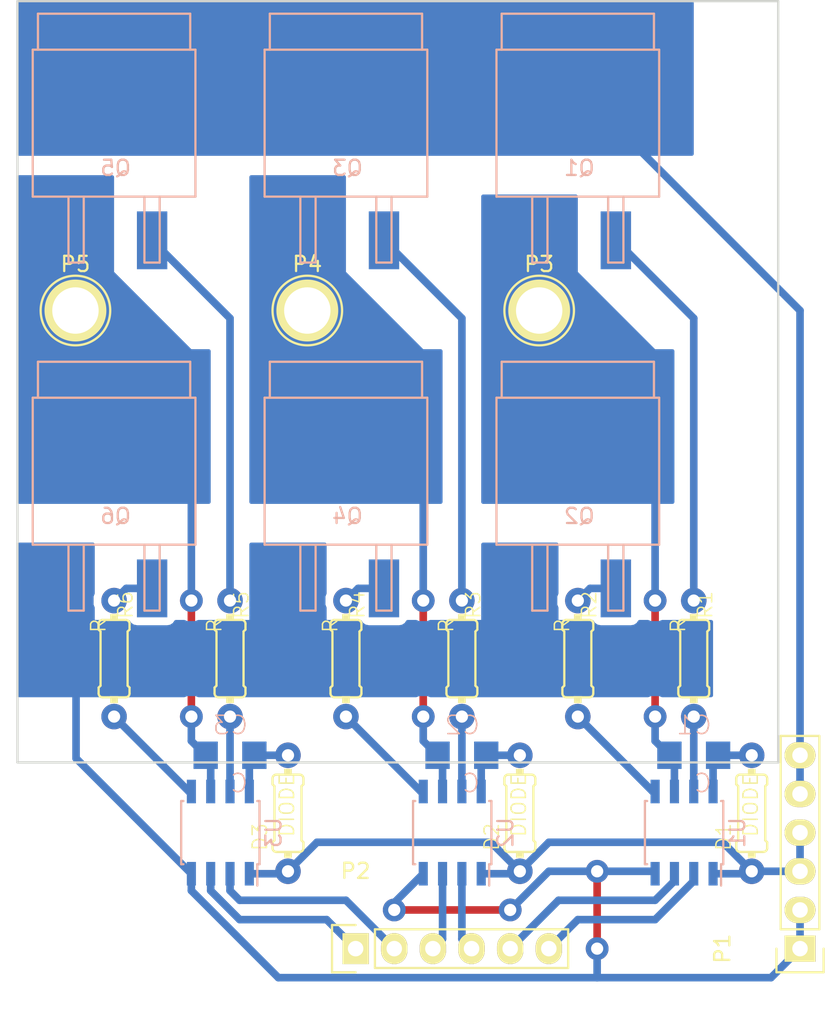
<source format=kicad_pcb>
(kicad_pcb (version 4) (host pcbnew 4.0.2-stable)

  (general
    (links 54)
    (no_connects 0)
    (area -0.075001 -0.075001 50.075001 50.075001)
    (thickness 1.6)
    (drawings 4)
    (tracks 120)
    (zones 0)
    (modules 26)
    (nets 28)
  )

  (page A4)
  (layers
    (0 F.Cu signal)
    (31 B.Cu signal)
    (32 B.Adhes user)
    (33 F.Adhes user)
    (34 B.Paste user)
    (35 F.Paste user)
    (36 B.SilkS user)
    (37 F.SilkS user)
    (38 B.Mask user)
    (39 F.Mask user)
    (40 Dwgs.User user)
    (41 Cmts.User user)
    (42 Eco1.User user)
    (43 Eco2.User user)
    (44 Edge.Cuts user)
    (45 Margin user)
    (46 B.CrtYd user)
    (47 F.CrtYd user)
    (48 B.Fab user)
    (49 F.Fab user)
  )

  (setup
    (last_trace_width 0.5)
    (user_trace_width 0.5)
    (trace_clearance 0.2)
    (zone_clearance 0.508)
    (zone_45_only no)
    (trace_min 0.2)
    (segment_width 0.2)
    (edge_width 0.15)
    (via_size 0.6)
    (via_drill 0.4)
    (via_min_size 0.4)
    (via_min_drill 0.3)
    (user_via 1.5 0.8)
    (uvia_size 0.3)
    (uvia_drill 0.1)
    (uvias_allowed no)
    (uvia_min_size 0.2)
    (uvia_min_drill 0.1)
    (pcb_text_width 0.3)
    (pcb_text_size 1.5 1.5)
    (mod_edge_width 0.15)
    (mod_text_size 1 1)
    (mod_text_width 0.15)
    (pad_size 1.524 1.524)
    (pad_drill 0.762)
    (pad_to_mask_clearance 0.2)
    (aux_axis_origin 0 0)
    (visible_elements FFFFFF7F)
    (pcbplotparams
      (layerselection 0x00030_80000001)
      (usegerberextensions false)
      (excludeedgelayer true)
      (linewidth 0.100000)
      (plotframeref false)
      (viasonmask false)
      (mode 1)
      (useauxorigin false)
      (hpglpennumber 1)
      (hpglpenspeed 20)
      (hpglpendiameter 15)
      (hpglpenoverlay 2)
      (psnegative false)
      (psa4output false)
      (plotreference true)
      (plotvalue true)
      (plotinvisibletext false)
      (padsonsilk false)
      (subtractmaskfromsilk false)
      (outputformat 1)
      (mirror false)
      (drillshape 1)
      (scaleselection 1)
      (outputdirectory ""))
  )

  (net 0 "")
  (net 1 +BATT)
  (net 2 "Net-(C1-Pad2)")
  (net 3 "Net-(C2-Pad2)")
  (net 4 "Net-(C3-Pad2)")
  (net 5 +12V)
  (net 6 GND)
  (net 7 "Net-(P2-Pad1)")
  (net 8 "Net-(P2-Pad2)")
  (net 9 "Net-(P2-Pad3)")
  (net 10 "Net-(P2-Pad4)")
  (net 11 "Net-(P2-Pad5)")
  (net 12 "Net-(P2-Pad6)")
  (net 13 "Net-(Q1-PadG)")
  (net 14 "Net-(R1-Pad2)")
  (net 15 "Net-(Q2-PadG)")
  (net 16 "Net-(R2-Pad2)")
  (net 17 "Net-(Q3-PadG)")
  (net 18 "Net-(R3-Pad2)")
  (net 19 "Net-(Q4-PadG)")
  (net 20 "Net-(R4-Pad2)")
  (net 21 "Net-(Q5-PadG)")
  (net 22 "Net-(R5-Pad2)")
  (net 23 "Net-(Q6-PadG)")
  (net 24 "Net-(R6-Pad2)")
  (net 25 "Net-(C1-Pad1)")
  (net 26 "Net-(C2-Pad1)")
  (net 27 "Net-(C3-Pad1)")

  (net_class Default "これは標準のネット クラスです。"
    (clearance 0.2)
    (trace_width 0.25)
    (via_dia 0.6)
    (via_drill 0.4)
    (uvia_dia 0.3)
    (uvia_drill 0.1)
    (add_net +12V)
    (add_net +BATT)
    (add_net GND)
    (add_net "Net-(C1-Pad1)")
    (add_net "Net-(C1-Pad2)")
    (add_net "Net-(C2-Pad1)")
    (add_net "Net-(C2-Pad2)")
    (add_net "Net-(C3-Pad1)")
    (add_net "Net-(C3-Pad2)")
    (add_net "Net-(P2-Pad1)")
    (add_net "Net-(P2-Pad2)")
    (add_net "Net-(P2-Pad3)")
    (add_net "Net-(P2-Pad4)")
    (add_net "Net-(P2-Pad5)")
    (add_net "Net-(P2-Pad6)")
    (add_net "Net-(Q1-PadG)")
    (add_net "Net-(Q2-PadG)")
    (add_net "Net-(Q3-PadG)")
    (add_net "Net-(Q4-PadG)")
    (add_net "Net-(Q5-PadG)")
    (add_net "Net-(Q6-PadG)")
    (add_net "Net-(R1-Pad2)")
    (add_net "Net-(R2-Pad2)")
    (add_net "Net-(R3-Pad2)")
    (add_net "Net-(R4-Pad2)")
    (add_net "Net-(R5-Pad2)")
    (add_net "Net-(R6-Pad2)")
  )

  (module TO_SOT_Packages_SMD:D2-PAK (layer B.Cu) (tedit 57657D5D) (tstamp 57657F0B)
    (at 6.35 33.02 180)
    (descr SOT404)
    (path /57659B0C)
    (attr smd)
    (fp_text reference Q6 (at -0.09906 -0.8001 180) (layer B.SilkS)
      (effects (font (size 1 1) (thickness 0.15)) (justify mirror))
    )
    (fp_text value MOSFET_N (at -0.20066 -1.09982 180) (layer B.Fab)
      (effects (font (size 1 1) (thickness 0.15)) (justify mirror))
    )
    (fp_line (start -5.0038 6.9723) (end -5.0038 9.3345) (layer B.SilkS) (width 0.15))
    (fp_line (start -5.0038 9.3345) (end 5.0038 9.3345) (layer B.SilkS) (width 0.15))
    (fp_line (start 5.0038 9.3345) (end 5.0038 6.9723) (layer B.SilkS) (width 0.15))
    (fp_line (start 2.9972 -7.0104) (end 2.9972 -2.6797) (layer B.SilkS) (width 0.15))
    (fp_line (start 1.9939 -7.0104) (end 2.9972 -7.0104) (layer B.SilkS) (width 0.15))
    (fp_line (start 1.9939 -2.6797) (end 1.9939 -7.0104) (layer B.SilkS) (width 0.15))
    (fp_line (start -2.9972 -2.6797) (end -2.9972 -7.0104) (layer B.SilkS) (width 0.15))
    (fp_line (start -2.9972 -7.0104) (end -1.9939 -7.0104) (layer B.SilkS) (width 0.15))
    (fp_line (start -1.9939 -7.0104) (end -1.9939 -2.6797) (layer B.SilkS) (width 0.15))
    (fp_line (start -5.3467 6.9723) (end 5.3467 6.9723) (layer B.SilkS) (width 0.15))
    (fp_line (start 5.3467 6.9723) (end 5.3467 -2.6797) (layer B.SilkS) (width 0.15))
    (fp_line (start 5.3467 -2.6797) (end -5.3467 -2.6797) (layer B.SilkS) (width 0.15))
    (fp_line (start -5.3467 -2.6797) (end -5.3467 6.9723) (layer B.SilkS) (width 0.15))
    (pad G smd rect (at -2.49936 -5.5499 180) (size 1.99898 3.79984) (layers B.Cu B.Paste B.Mask)
      (net 23 "Net-(Q6-PadG)"))
    (pad S smd rect (at 2.49936 -5.5499 180) (size 1.99898 3.79984) (layers B.Cu B.Paste B.Mask)
      (net 6 GND))
    (pad D smd rect (at 0 5.5499 180) (size 11.50112 8.99922) (layers B.Cu B.Paste B.Mask)
      (net 4 "Net-(C3-Pad2)"))
    (model TO_SOT_Packages_SMD.3dshapes/SOT-404.wrl
      (at (xyz 0 0 0))
      (scale (xyz 1 1 1))
      (rotate (xyz 0 0 0))
    )
  )

  (module RP_KiCAD_Libs:C3216 (layer B.Cu) (tedit 0) (tstamp 57657D8C)
    (at 44.45 49.53 180)
    (descr <b>CAPACITOR</b>)
    (path /576583F6)
    (fp_text reference C1 (at -1.27 1.27 180) (layer B.SilkS)
      (effects (font (size 1.2065 1.2065) (thickness 0.1016)) (justify left bottom mirror))
    )
    (fp_text value C (at -1.27 -2.54 180) (layer B.SilkS)
      (effects (font (size 1.2065 1.2065) (thickness 0.1016)) (justify left bottom mirror))
    )
    (fp_line (start -0.965 0.787) (end 0.965 0.787) (layer Dwgs.User) (width 0.1016))
    (fp_line (start -0.965 -0.787) (end 0.965 -0.787) (layer Dwgs.User) (width 0.1016))
    (fp_poly (pts (xy -1.7018 -0.8509) (xy -0.9517 -0.8509) (xy -0.9517 0.8491) (xy -1.7018 0.8491)) (layer Dwgs.User) (width 0))
    (fp_poly (pts (xy 0.9517 -0.8491) (xy 1.7018 -0.8491) (xy 1.7018 0.8509) (xy 0.9517 0.8509)) (layer Dwgs.User) (width 0))
    (fp_poly (pts (xy -0.3 -0.5001) (xy 0.3 -0.5001) (xy 0.3 0.5001) (xy -0.3 0.5001)) (layer B.Adhes) (width 0))
    (pad 1 smd rect (at -1.6 0 180) (size 1.6 1.8) (layers B.Cu B.Paste B.Mask)
      (net 25 "Net-(C1-Pad1)"))
    (pad 2 smd rect (at 1.6 0 180) (size 1.6 1.8) (layers B.Cu B.Paste B.Mask)
      (net 2 "Net-(C1-Pad2)"))
    (model Resistors_SMD.3dshapes/R_1206.wrl
      (at (xyz 0 0 0))
      (scale (xyz 1 1 1))
      (rotate (xyz 0 0 0))
    )
  )

  (module RP_KiCAD_Libs:C3216 (layer B.Cu) (tedit 0) (tstamp 57657D92)
    (at 29.21 49.53 180)
    (descr <b>CAPACITOR</b>)
    (path /5765992D)
    (fp_text reference C2 (at -1.27 1.27 180) (layer B.SilkS)
      (effects (font (size 1.2065 1.2065) (thickness 0.1016)) (justify left bottom mirror))
    )
    (fp_text value C (at -1.27 -2.54 180) (layer B.SilkS)
      (effects (font (size 1.2065 1.2065) (thickness 0.1016)) (justify left bottom mirror))
    )
    (fp_line (start -0.965 0.787) (end 0.965 0.787) (layer Dwgs.User) (width 0.1016))
    (fp_line (start -0.965 -0.787) (end 0.965 -0.787) (layer Dwgs.User) (width 0.1016))
    (fp_poly (pts (xy -1.7018 -0.8509) (xy -0.9517 -0.8509) (xy -0.9517 0.8491) (xy -1.7018 0.8491)) (layer Dwgs.User) (width 0))
    (fp_poly (pts (xy 0.9517 -0.8491) (xy 1.7018 -0.8491) (xy 1.7018 0.8509) (xy 0.9517 0.8509)) (layer Dwgs.User) (width 0))
    (fp_poly (pts (xy -0.3 -0.5001) (xy 0.3 -0.5001) (xy 0.3 0.5001) (xy -0.3 0.5001)) (layer B.Adhes) (width 0))
    (pad 1 smd rect (at -1.6 0 180) (size 1.6 1.8) (layers B.Cu B.Paste B.Mask)
      (net 26 "Net-(C2-Pad1)"))
    (pad 2 smd rect (at 1.6 0 180) (size 1.6 1.8) (layers B.Cu B.Paste B.Mask)
      (net 3 "Net-(C2-Pad2)"))
    (model Resistors_SMD.3dshapes/R_1206.wrl
      (at (xyz 0 0 0))
      (scale (xyz 1 1 1))
      (rotate (xyz 0 0 0))
    )
  )

  (module RP_KiCAD_Libs:C3216 (layer B.Cu) (tedit 0) (tstamp 57657D98)
    (at 13.97 49.53 180)
    (descr <b>CAPACITOR</b>)
    (path /57659B25)
    (fp_text reference C3 (at -1.27 1.27 180) (layer B.SilkS)
      (effects (font (size 1.2065 1.2065) (thickness 0.1016)) (justify left bottom mirror))
    )
    (fp_text value C (at -1.27 -2.54 180) (layer B.SilkS)
      (effects (font (size 1.2065 1.2065) (thickness 0.1016)) (justify left bottom mirror))
    )
    (fp_line (start -0.965 0.787) (end 0.965 0.787) (layer Dwgs.User) (width 0.1016))
    (fp_line (start -0.965 -0.787) (end 0.965 -0.787) (layer Dwgs.User) (width 0.1016))
    (fp_poly (pts (xy -1.7018 -0.8509) (xy -0.9517 -0.8509) (xy -0.9517 0.8491) (xy -1.7018 0.8491)) (layer Dwgs.User) (width 0))
    (fp_poly (pts (xy 0.9517 -0.8491) (xy 1.7018 -0.8491) (xy 1.7018 0.8509) (xy 0.9517 0.8509)) (layer Dwgs.User) (width 0))
    (fp_poly (pts (xy -0.3 -0.5001) (xy 0.3 -0.5001) (xy 0.3 0.5001) (xy -0.3 0.5001)) (layer B.Adhes) (width 0))
    (pad 1 smd rect (at -1.6 0 180) (size 1.6 1.8) (layers B.Cu B.Paste B.Mask)
      (net 27 "Net-(C3-Pad1)"))
    (pad 2 smd rect (at 1.6 0 180) (size 1.6 1.8) (layers B.Cu B.Paste B.Mask)
      (net 4 "Net-(C3-Pad2)"))
    (model Resistors_SMD.3dshapes/R_1206.wrl
      (at (xyz 0 0 0))
      (scale (xyz 1 1 1))
      (rotate (xyz 0 0 0))
    )
  )

  (module RP_KiCAD_Libs:0204_2f7 (layer F.Cu) (tedit 0) (tstamp 57657D9E)
    (at 48.26 53.34 90)
    (descr "<b>RESISTOR</b><p>\ntype 0204, grid 7.5 mm")
    (path /576589C1)
    (fp_text reference D1 (at -2.54 -1.2954 90) (layer F.SilkS)
      (effects (font (size 0.94107 0.94107) (thickness 0.09906)) (justify left bottom))
    )
    (fp_text value DIODE (at -1.6256 0.4826 90) (layer F.SilkS)
      (effects (font (size 0.94107 0.94107) (thickness 0.09906)) (justify left bottom))
    )
    (fp_line (start 3.81 0) (end 2.921 0) (layer Dwgs.User) (width 0.508))
    (fp_line (start -3.81 0) (end -2.921 0) (layer Dwgs.User) (width 0.508))
    (fp_arc (start -2.286 -0.762) (end -2.54 -0.762) (angle 90) (layer F.SilkS) (width 0.1524))
    (fp_arc (start -2.286 0.762) (end -2.54 0.762) (angle -90) (layer F.SilkS) (width 0.1524))
    (fp_arc (start 2.286 0.762) (end 2.286 1.016) (angle -90) (layer F.SilkS) (width 0.1524))
    (fp_arc (start 2.286 -0.762) (end 2.286 -1.016) (angle 90) (layer F.SilkS) (width 0.1524))
    (fp_line (start -2.54 0.762) (end -2.54 -0.762) (layer F.SilkS) (width 0.1524))
    (fp_line (start -2.286 -1.016) (end -1.905 -1.016) (layer F.SilkS) (width 0.1524))
    (fp_line (start -1.778 -0.889) (end -1.905 -1.016) (layer F.SilkS) (width 0.1524))
    (fp_line (start -2.286 1.016) (end -1.905 1.016) (layer F.SilkS) (width 0.1524))
    (fp_line (start -1.778 0.889) (end -1.905 1.016) (layer F.SilkS) (width 0.1524))
    (fp_line (start 1.778 -0.889) (end 1.905 -1.016) (layer F.SilkS) (width 0.1524))
    (fp_line (start 1.778 -0.889) (end -1.778 -0.889) (layer F.SilkS) (width 0.1524))
    (fp_line (start 1.778 0.889) (end 1.905 1.016) (layer F.SilkS) (width 0.1524))
    (fp_line (start 1.778 0.889) (end -1.778 0.889) (layer F.SilkS) (width 0.1524))
    (fp_line (start 2.286 -1.016) (end 1.905 -1.016) (layer F.SilkS) (width 0.1524))
    (fp_line (start 2.286 1.016) (end 1.905 1.016) (layer F.SilkS) (width 0.1524))
    (fp_line (start 2.54 0.762) (end 2.54 -0.762) (layer F.SilkS) (width 0.1524))
    (fp_poly (pts (xy 2.54 0.254) (xy 2.921 0.254) (xy 2.921 -0.254) (xy 2.54 -0.254)) (layer F.SilkS) (width 0))
    (fp_poly (pts (xy -2.921 0.254) (xy -2.54 0.254) (xy -2.54 -0.254) (xy -2.921 -0.254)) (layer F.SilkS) (width 0))
    (pad 1 thru_hole circle (at -3.81 0 90) (size 1.6764 1.6764) (drill 0.8) (layers *.Cu *.Mask)
      (net 5 +12V))
    (pad 2 thru_hole circle (at 3.81 0 90) (size 1.6764 1.6764) (drill 0.8) (layers *.Cu *.Mask)
      (net 25 "Net-(C1-Pad1)"))
    (model discret/resistors/horizontal/r_h_820R.wrl
      (at (xyz 0 0 0))
      (scale (xyz 0.3 0.3 0.3))
      (rotate (xyz 0 0 0))
    )
  )

  (module RP_KiCAD_Libs:0204_2f7 (layer F.Cu) (tedit 0) (tstamp 57657DA4)
    (at 33.02 53.34 90)
    (descr "<b>RESISTOR</b><p>\ntype 0204, grid 7.5 mm")
    (path /57659945)
    (fp_text reference D2 (at -2.54 -1.2954 90) (layer F.SilkS)
      (effects (font (size 0.94107 0.94107) (thickness 0.09906)) (justify left bottom))
    )
    (fp_text value DIODE (at -1.6256 0.4826 90) (layer F.SilkS)
      (effects (font (size 0.94107 0.94107) (thickness 0.09906)) (justify left bottom))
    )
    (fp_line (start 3.81 0) (end 2.921 0) (layer Dwgs.User) (width 0.508))
    (fp_line (start -3.81 0) (end -2.921 0) (layer Dwgs.User) (width 0.508))
    (fp_arc (start -2.286 -0.762) (end -2.54 -0.762) (angle 90) (layer F.SilkS) (width 0.1524))
    (fp_arc (start -2.286 0.762) (end -2.54 0.762) (angle -90) (layer F.SilkS) (width 0.1524))
    (fp_arc (start 2.286 0.762) (end 2.286 1.016) (angle -90) (layer F.SilkS) (width 0.1524))
    (fp_arc (start 2.286 -0.762) (end 2.286 -1.016) (angle 90) (layer F.SilkS) (width 0.1524))
    (fp_line (start -2.54 0.762) (end -2.54 -0.762) (layer F.SilkS) (width 0.1524))
    (fp_line (start -2.286 -1.016) (end -1.905 -1.016) (layer F.SilkS) (width 0.1524))
    (fp_line (start -1.778 -0.889) (end -1.905 -1.016) (layer F.SilkS) (width 0.1524))
    (fp_line (start -2.286 1.016) (end -1.905 1.016) (layer F.SilkS) (width 0.1524))
    (fp_line (start -1.778 0.889) (end -1.905 1.016) (layer F.SilkS) (width 0.1524))
    (fp_line (start 1.778 -0.889) (end 1.905 -1.016) (layer F.SilkS) (width 0.1524))
    (fp_line (start 1.778 -0.889) (end -1.778 -0.889) (layer F.SilkS) (width 0.1524))
    (fp_line (start 1.778 0.889) (end 1.905 1.016) (layer F.SilkS) (width 0.1524))
    (fp_line (start 1.778 0.889) (end -1.778 0.889) (layer F.SilkS) (width 0.1524))
    (fp_line (start 2.286 -1.016) (end 1.905 -1.016) (layer F.SilkS) (width 0.1524))
    (fp_line (start 2.286 1.016) (end 1.905 1.016) (layer F.SilkS) (width 0.1524))
    (fp_line (start 2.54 0.762) (end 2.54 -0.762) (layer F.SilkS) (width 0.1524))
    (fp_poly (pts (xy 2.54 0.254) (xy 2.921 0.254) (xy 2.921 -0.254) (xy 2.54 -0.254)) (layer F.SilkS) (width 0))
    (fp_poly (pts (xy -2.921 0.254) (xy -2.54 0.254) (xy -2.54 -0.254) (xy -2.921 -0.254)) (layer F.SilkS) (width 0))
    (pad 1 thru_hole circle (at -3.81 0 90) (size 1.6764 1.6764) (drill 0.8) (layers *.Cu *.Mask)
      (net 5 +12V))
    (pad 2 thru_hole circle (at 3.81 0 90) (size 1.6764 1.6764) (drill 0.8) (layers *.Cu *.Mask)
      (net 26 "Net-(C2-Pad1)"))
    (model discret/resistors/horizontal/r_h_820R.wrl
      (at (xyz 0 0 0))
      (scale (xyz 0.3 0.3 0.3))
      (rotate (xyz 0 0 0))
    )
  )

  (module RP_KiCAD_Libs:0204_2f7 (layer F.Cu) (tedit 0) (tstamp 57657DAA)
    (at 17.78 53.34 90)
    (descr "<b>RESISTOR</b><p>\ntype 0204, grid 7.5 mm")
    (path /57659B3D)
    (fp_text reference D3 (at -2.54 -1.2954 90) (layer F.SilkS)
      (effects (font (size 0.94107 0.94107) (thickness 0.09906)) (justify left bottom))
    )
    (fp_text value DIODE (at -1.6256 0.4826 90) (layer F.SilkS)
      (effects (font (size 0.94107 0.94107) (thickness 0.09906)) (justify left bottom))
    )
    (fp_line (start 3.81 0) (end 2.921 0) (layer Dwgs.User) (width 0.508))
    (fp_line (start -3.81 0) (end -2.921 0) (layer Dwgs.User) (width 0.508))
    (fp_arc (start -2.286 -0.762) (end -2.54 -0.762) (angle 90) (layer F.SilkS) (width 0.1524))
    (fp_arc (start -2.286 0.762) (end -2.54 0.762) (angle -90) (layer F.SilkS) (width 0.1524))
    (fp_arc (start 2.286 0.762) (end 2.286 1.016) (angle -90) (layer F.SilkS) (width 0.1524))
    (fp_arc (start 2.286 -0.762) (end 2.286 -1.016) (angle 90) (layer F.SilkS) (width 0.1524))
    (fp_line (start -2.54 0.762) (end -2.54 -0.762) (layer F.SilkS) (width 0.1524))
    (fp_line (start -2.286 -1.016) (end -1.905 -1.016) (layer F.SilkS) (width 0.1524))
    (fp_line (start -1.778 -0.889) (end -1.905 -1.016) (layer F.SilkS) (width 0.1524))
    (fp_line (start -2.286 1.016) (end -1.905 1.016) (layer F.SilkS) (width 0.1524))
    (fp_line (start -1.778 0.889) (end -1.905 1.016) (layer F.SilkS) (width 0.1524))
    (fp_line (start 1.778 -0.889) (end 1.905 -1.016) (layer F.SilkS) (width 0.1524))
    (fp_line (start 1.778 -0.889) (end -1.778 -0.889) (layer F.SilkS) (width 0.1524))
    (fp_line (start 1.778 0.889) (end 1.905 1.016) (layer F.SilkS) (width 0.1524))
    (fp_line (start 1.778 0.889) (end -1.778 0.889) (layer F.SilkS) (width 0.1524))
    (fp_line (start 2.286 -1.016) (end 1.905 -1.016) (layer F.SilkS) (width 0.1524))
    (fp_line (start 2.286 1.016) (end 1.905 1.016) (layer F.SilkS) (width 0.1524))
    (fp_line (start 2.54 0.762) (end 2.54 -0.762) (layer F.SilkS) (width 0.1524))
    (fp_poly (pts (xy 2.54 0.254) (xy 2.921 0.254) (xy 2.921 -0.254) (xy 2.54 -0.254)) (layer F.SilkS) (width 0))
    (fp_poly (pts (xy -2.921 0.254) (xy -2.54 0.254) (xy -2.54 -0.254) (xy -2.921 -0.254)) (layer F.SilkS) (width 0))
    (pad 1 thru_hole circle (at -3.81 0 90) (size 1.6764 1.6764) (drill 0.8) (layers *.Cu *.Mask)
      (net 5 +12V))
    (pad 2 thru_hole circle (at 3.81 0 90) (size 1.6764 1.6764) (drill 0.8) (layers *.Cu *.Mask)
      (net 27 "Net-(C3-Pad1)"))
    (model discret/resistors/horizontal/r_h_820R.wrl
      (at (xyz 0 0 0))
      (scale (xyz 0.3 0.3 0.3))
      (rotate (xyz 0 0 0))
    )
  )

  (module Socket_Strips:Socket_Strip_Straight_1x06 (layer F.Cu) (tedit 0) (tstamp 57657DB4)
    (at 51.435 62.23 90)
    (descr "Through hole socket strip")
    (tags "socket strip")
    (path /5765BCE7)
    (fp_text reference P1 (at 0 -5.1 90) (layer F.SilkS)
      (effects (font (size 1 1) (thickness 0.15)))
    )
    (fp_text value CONN_01X06 (at 0 -3.1 90) (layer F.Fab)
      (effects (font (size 1 1) (thickness 0.15)))
    )
    (fp_line (start -1.75 -1.75) (end -1.75 1.75) (layer F.CrtYd) (width 0.05))
    (fp_line (start 14.45 -1.75) (end 14.45 1.75) (layer F.CrtYd) (width 0.05))
    (fp_line (start -1.75 -1.75) (end 14.45 -1.75) (layer F.CrtYd) (width 0.05))
    (fp_line (start -1.75 1.75) (end 14.45 1.75) (layer F.CrtYd) (width 0.05))
    (fp_line (start 1.27 1.27) (end 13.97 1.27) (layer F.SilkS) (width 0.15))
    (fp_line (start 13.97 1.27) (end 13.97 -1.27) (layer F.SilkS) (width 0.15))
    (fp_line (start 13.97 -1.27) (end 1.27 -1.27) (layer F.SilkS) (width 0.15))
    (fp_line (start -1.55 1.55) (end 0 1.55) (layer F.SilkS) (width 0.15))
    (fp_line (start 1.27 1.27) (end 1.27 -1.27) (layer F.SilkS) (width 0.15))
    (fp_line (start 0 -1.55) (end -1.55 -1.55) (layer F.SilkS) (width 0.15))
    (fp_line (start -1.55 -1.55) (end -1.55 1.55) (layer F.SilkS) (width 0.15))
    (pad 1 thru_hole rect (at 0 0 90) (size 1.7272 2.032) (drill 1.016) (layers *.Cu *.Mask F.SilkS)
      (net 6 GND))
    (pad 2 thru_hole oval (at 2.54 0 90) (size 1.7272 2.032) (drill 1.016) (layers *.Cu *.Mask F.SilkS)
      (net 6 GND))
    (pad 3 thru_hole oval (at 5.08 0 90) (size 1.7272 2.032) (drill 1.016) (layers *.Cu *.Mask F.SilkS)
      (net 5 +12V))
    (pad 4 thru_hole oval (at 7.62 0 90) (size 1.7272 2.032) (drill 1.016) (layers *.Cu *.Mask F.SilkS)
      (net 5 +12V))
    (pad 5 thru_hole oval (at 10.16 0 90) (size 1.7272 2.032) (drill 1.016) (layers *.Cu *.Mask F.SilkS)
      (net 1 +BATT))
    (pad 6 thru_hole oval (at 12.7 0 90) (size 1.7272 2.032) (drill 1.016) (layers *.Cu *.Mask F.SilkS)
      (net 1 +BATT))
    (model Socket_Strips.3dshapes/Socket_Strip_Straight_1x06.wrl
      (at (xyz 0.25 0 0))
      (scale (xyz 1 1 1))
      (rotate (xyz 0 0 180))
    )
  )

  (module Socket_Strips:Socket_Strip_Straight_1x06 (layer F.Cu) (tedit 0) (tstamp 57657DBE)
    (at 22.225 62.23)
    (descr "Through hole socket strip")
    (tags "socket strip")
    (path /57659C9A)
    (fp_text reference P2 (at 0 -5.1) (layer F.SilkS)
      (effects (font (size 1 1) (thickness 0.15)))
    )
    (fp_text value CONN_01X06 (at 0 -3.1) (layer F.Fab)
      (effects (font (size 1 1) (thickness 0.15)))
    )
    (fp_line (start -1.75 -1.75) (end -1.75 1.75) (layer F.CrtYd) (width 0.05))
    (fp_line (start 14.45 -1.75) (end 14.45 1.75) (layer F.CrtYd) (width 0.05))
    (fp_line (start -1.75 -1.75) (end 14.45 -1.75) (layer F.CrtYd) (width 0.05))
    (fp_line (start -1.75 1.75) (end 14.45 1.75) (layer F.CrtYd) (width 0.05))
    (fp_line (start 1.27 1.27) (end 13.97 1.27) (layer F.SilkS) (width 0.15))
    (fp_line (start 13.97 1.27) (end 13.97 -1.27) (layer F.SilkS) (width 0.15))
    (fp_line (start 13.97 -1.27) (end 1.27 -1.27) (layer F.SilkS) (width 0.15))
    (fp_line (start -1.55 1.55) (end 0 1.55) (layer F.SilkS) (width 0.15))
    (fp_line (start 1.27 1.27) (end 1.27 -1.27) (layer F.SilkS) (width 0.15))
    (fp_line (start 0 -1.55) (end -1.55 -1.55) (layer F.SilkS) (width 0.15))
    (fp_line (start -1.55 -1.55) (end -1.55 1.55) (layer F.SilkS) (width 0.15))
    (pad 1 thru_hole rect (at 0 0) (size 1.7272 2.032) (drill 1.016) (layers *.Cu *.Mask F.SilkS)
      (net 7 "Net-(P2-Pad1)"))
    (pad 2 thru_hole oval (at 2.54 0) (size 1.7272 2.032) (drill 1.016) (layers *.Cu *.Mask F.SilkS)
      (net 8 "Net-(P2-Pad2)"))
    (pad 3 thru_hole oval (at 5.08 0) (size 1.7272 2.032) (drill 1.016) (layers *.Cu *.Mask F.SilkS)
      (net 9 "Net-(P2-Pad3)"))
    (pad 4 thru_hole oval (at 7.62 0) (size 1.7272 2.032) (drill 1.016) (layers *.Cu *.Mask F.SilkS)
      (net 10 "Net-(P2-Pad4)"))
    (pad 5 thru_hole oval (at 10.16 0) (size 1.7272 2.032) (drill 1.016) (layers *.Cu *.Mask F.SilkS)
      (net 11 "Net-(P2-Pad5)"))
    (pad 6 thru_hole oval (at 12.7 0) (size 1.7272 2.032) (drill 1.016) (layers *.Cu *.Mask F.SilkS)
      (net 12 "Net-(P2-Pad6)"))
    (model Socket_Strips.3dshapes/Socket_Strip_Straight_1x06.wrl
      (at (xyz 0.25 0 0))
      (scale (xyz 1 1 1))
      (rotate (xyz 0 0 180))
    )
  )

  (module Connect:1pin (layer F.Cu) (tedit 0) (tstamp 57657DC3)
    (at 34.29 20.32)
    (descr "module 1 pin (ou trou mecanique de percage)")
    (tags DEV)
    (path /5765C116)
    (fp_text reference P3 (at 0 -3.048) (layer F.SilkS)
      (effects (font (size 1 1) (thickness 0.15)))
    )
    (fp_text value CONN_01X01 (at 0 2.794) (layer F.Fab)
      (effects (font (size 1 1) (thickness 0.15)))
    )
    (fp_circle (center 0 0) (end 0 -2.286) (layer F.SilkS) (width 0.15))
    (pad 1 thru_hole circle (at 0 0) (size 4.064 4.064) (drill 3.048) (layers *.Cu *.Mask F.SilkS)
      (net 2 "Net-(C1-Pad2)"))
  )

  (module Connect:1pin (layer F.Cu) (tedit 0) (tstamp 57657DC8)
    (at 19.05 20.32)
    (descr "module 1 pin (ou trou mecanique de percage)")
    (tags DEV)
    (path /5765C281)
    (fp_text reference P4 (at 0 -3.048) (layer F.SilkS)
      (effects (font (size 1 1) (thickness 0.15)))
    )
    (fp_text value CONN_01X01 (at 0 2.794) (layer F.Fab)
      (effects (font (size 1 1) (thickness 0.15)))
    )
    (fp_circle (center 0 0) (end 0 -2.286) (layer F.SilkS) (width 0.15))
    (pad 1 thru_hole circle (at 0 0) (size 4.064 4.064) (drill 3.048) (layers *.Cu *.Mask F.SilkS)
      (net 3 "Net-(C2-Pad2)"))
  )

  (module Connect:1pin (layer F.Cu) (tedit 0) (tstamp 57657DCD)
    (at 3.81 20.32)
    (descr "module 1 pin (ou trou mecanique de percage)")
    (tags DEV)
    (path /5765C463)
    (fp_text reference P5 (at 0 -3.048) (layer F.SilkS)
      (effects (font (size 1 1) (thickness 0.15)))
    )
    (fp_text value CONN_01X01 (at 0 2.794) (layer F.Fab)
      (effects (font (size 1 1) (thickness 0.15)))
    )
    (fp_circle (center 0 0) (end 0 -2.286) (layer F.SilkS) (width 0.15))
    (pad 1 thru_hole circle (at 0 0) (size 4.064 4.064) (drill 3.048) (layers *.Cu *.Mask F.SilkS)
      (net 4 "Net-(C3-Pad2)"))
  )

  (module RP_KiCAD_Libs:0204_2f7 (layer F.Cu) (tedit 0) (tstamp 57657DFD)
    (at 44.45 43.18 270)
    (descr "<b>RESISTOR</b><p>\ntype 0204, grid 7.5 mm")
    (path /57657E01)
    (fp_text reference R1 (at -2.54 -1.2954 270) (layer F.SilkS)
      (effects (font (size 0.94107 0.94107) (thickness 0.09906)) (justify left bottom))
    )
    (fp_text value R (at -1.6256 0.4826 270) (layer F.SilkS)
      (effects (font (size 0.94107 0.94107) (thickness 0.09906)) (justify left bottom))
    )
    (fp_line (start 3.81 0) (end 2.921 0) (layer Dwgs.User) (width 0.508))
    (fp_line (start -3.81 0) (end -2.921 0) (layer Dwgs.User) (width 0.508))
    (fp_arc (start -2.286 -0.762) (end -2.54 -0.762) (angle 90) (layer F.SilkS) (width 0.1524))
    (fp_arc (start -2.286 0.762) (end -2.54 0.762) (angle -90) (layer F.SilkS) (width 0.1524))
    (fp_arc (start 2.286 0.762) (end 2.286 1.016) (angle -90) (layer F.SilkS) (width 0.1524))
    (fp_arc (start 2.286 -0.762) (end 2.286 -1.016) (angle 90) (layer F.SilkS) (width 0.1524))
    (fp_line (start -2.54 0.762) (end -2.54 -0.762) (layer F.SilkS) (width 0.1524))
    (fp_line (start -2.286 -1.016) (end -1.905 -1.016) (layer F.SilkS) (width 0.1524))
    (fp_line (start -1.778 -0.889) (end -1.905 -1.016) (layer F.SilkS) (width 0.1524))
    (fp_line (start -2.286 1.016) (end -1.905 1.016) (layer F.SilkS) (width 0.1524))
    (fp_line (start -1.778 0.889) (end -1.905 1.016) (layer F.SilkS) (width 0.1524))
    (fp_line (start 1.778 -0.889) (end 1.905 -1.016) (layer F.SilkS) (width 0.1524))
    (fp_line (start 1.778 -0.889) (end -1.778 -0.889) (layer F.SilkS) (width 0.1524))
    (fp_line (start 1.778 0.889) (end 1.905 1.016) (layer F.SilkS) (width 0.1524))
    (fp_line (start 1.778 0.889) (end -1.778 0.889) (layer F.SilkS) (width 0.1524))
    (fp_line (start 2.286 -1.016) (end 1.905 -1.016) (layer F.SilkS) (width 0.1524))
    (fp_line (start 2.286 1.016) (end 1.905 1.016) (layer F.SilkS) (width 0.1524))
    (fp_line (start 2.54 0.762) (end 2.54 -0.762) (layer F.SilkS) (width 0.1524))
    (fp_poly (pts (xy 2.54 0.254) (xy 2.921 0.254) (xy 2.921 -0.254) (xy 2.54 -0.254)) (layer F.SilkS) (width 0))
    (fp_poly (pts (xy -2.921 0.254) (xy -2.54 0.254) (xy -2.54 -0.254) (xy -2.921 -0.254)) (layer F.SilkS) (width 0))
    (pad 1 thru_hole circle (at -3.81 0 270) (size 1.6764 1.6764) (drill 0.8) (layers *.Cu *.Mask)
      (net 13 "Net-(Q1-PadG)"))
    (pad 2 thru_hole circle (at 3.81 0 270) (size 1.6764 1.6764) (drill 0.8) (layers *.Cu *.Mask)
      (net 14 "Net-(R1-Pad2)"))
    (model discret/resistors/horizontal/r_h_820R.wrl
      (at (xyz 0 0 0))
      (scale (xyz 0.3 0.3 0.3))
      (rotate (xyz 0 0 0))
    )
  )

  (module RP_KiCAD_Libs:0204_2f7 (layer F.Cu) (tedit 0) (tstamp 57657E03)
    (at 36.83 43.18 270)
    (descr "<b>RESISTOR</b><p>\ntype 0204, grid 7.5 mm")
    (path /57657E7F)
    (fp_text reference R2 (at -2.54 -1.2954 270) (layer F.SilkS)
      (effects (font (size 0.94107 0.94107) (thickness 0.09906)) (justify left bottom))
    )
    (fp_text value R (at -1.6256 0.4826 270) (layer F.SilkS)
      (effects (font (size 0.94107 0.94107) (thickness 0.09906)) (justify left bottom))
    )
    (fp_line (start 3.81 0) (end 2.921 0) (layer Dwgs.User) (width 0.508))
    (fp_line (start -3.81 0) (end -2.921 0) (layer Dwgs.User) (width 0.508))
    (fp_arc (start -2.286 -0.762) (end -2.54 -0.762) (angle 90) (layer F.SilkS) (width 0.1524))
    (fp_arc (start -2.286 0.762) (end -2.54 0.762) (angle -90) (layer F.SilkS) (width 0.1524))
    (fp_arc (start 2.286 0.762) (end 2.286 1.016) (angle -90) (layer F.SilkS) (width 0.1524))
    (fp_arc (start 2.286 -0.762) (end 2.286 -1.016) (angle 90) (layer F.SilkS) (width 0.1524))
    (fp_line (start -2.54 0.762) (end -2.54 -0.762) (layer F.SilkS) (width 0.1524))
    (fp_line (start -2.286 -1.016) (end -1.905 -1.016) (layer F.SilkS) (width 0.1524))
    (fp_line (start -1.778 -0.889) (end -1.905 -1.016) (layer F.SilkS) (width 0.1524))
    (fp_line (start -2.286 1.016) (end -1.905 1.016) (layer F.SilkS) (width 0.1524))
    (fp_line (start -1.778 0.889) (end -1.905 1.016) (layer F.SilkS) (width 0.1524))
    (fp_line (start 1.778 -0.889) (end 1.905 -1.016) (layer F.SilkS) (width 0.1524))
    (fp_line (start 1.778 -0.889) (end -1.778 -0.889) (layer F.SilkS) (width 0.1524))
    (fp_line (start 1.778 0.889) (end 1.905 1.016) (layer F.SilkS) (width 0.1524))
    (fp_line (start 1.778 0.889) (end -1.778 0.889) (layer F.SilkS) (width 0.1524))
    (fp_line (start 2.286 -1.016) (end 1.905 -1.016) (layer F.SilkS) (width 0.1524))
    (fp_line (start 2.286 1.016) (end 1.905 1.016) (layer F.SilkS) (width 0.1524))
    (fp_line (start 2.54 0.762) (end 2.54 -0.762) (layer F.SilkS) (width 0.1524))
    (fp_poly (pts (xy 2.54 0.254) (xy 2.921 0.254) (xy 2.921 -0.254) (xy 2.54 -0.254)) (layer F.SilkS) (width 0))
    (fp_poly (pts (xy -2.921 0.254) (xy -2.54 0.254) (xy -2.54 -0.254) (xy -2.921 -0.254)) (layer F.SilkS) (width 0))
    (pad 1 thru_hole circle (at -3.81 0 270) (size 1.6764 1.6764) (drill 0.8) (layers *.Cu *.Mask)
      (net 15 "Net-(Q2-PadG)"))
    (pad 2 thru_hole circle (at 3.81 0 270) (size 1.6764 1.6764) (drill 0.8) (layers *.Cu *.Mask)
      (net 16 "Net-(R2-Pad2)"))
    (model discret/resistors/horizontal/r_h_820R.wrl
      (at (xyz 0 0 0))
      (scale (xyz 0.3 0.3 0.3))
      (rotate (xyz 0 0 0))
    )
  )

  (module RP_KiCAD_Libs:0204_2f7 (layer F.Cu) (tedit 0) (tstamp 57657E09)
    (at 29.21 43.18 270)
    (descr "<b>RESISTOR</b><p>\ntype 0204, grid 7.5 mm")
    (path /57659920)
    (fp_text reference R3 (at -2.54 -1.2954 270) (layer F.SilkS)
      (effects (font (size 0.94107 0.94107) (thickness 0.09906)) (justify left bottom))
    )
    (fp_text value R (at -1.6256 0.4826 270) (layer F.SilkS)
      (effects (font (size 0.94107 0.94107) (thickness 0.09906)) (justify left bottom))
    )
    (fp_line (start 3.81 0) (end 2.921 0) (layer Dwgs.User) (width 0.508))
    (fp_line (start -3.81 0) (end -2.921 0) (layer Dwgs.User) (width 0.508))
    (fp_arc (start -2.286 -0.762) (end -2.54 -0.762) (angle 90) (layer F.SilkS) (width 0.1524))
    (fp_arc (start -2.286 0.762) (end -2.54 0.762) (angle -90) (layer F.SilkS) (width 0.1524))
    (fp_arc (start 2.286 0.762) (end 2.286 1.016) (angle -90) (layer F.SilkS) (width 0.1524))
    (fp_arc (start 2.286 -0.762) (end 2.286 -1.016) (angle 90) (layer F.SilkS) (width 0.1524))
    (fp_line (start -2.54 0.762) (end -2.54 -0.762) (layer F.SilkS) (width 0.1524))
    (fp_line (start -2.286 -1.016) (end -1.905 -1.016) (layer F.SilkS) (width 0.1524))
    (fp_line (start -1.778 -0.889) (end -1.905 -1.016) (layer F.SilkS) (width 0.1524))
    (fp_line (start -2.286 1.016) (end -1.905 1.016) (layer F.SilkS) (width 0.1524))
    (fp_line (start -1.778 0.889) (end -1.905 1.016) (layer F.SilkS) (width 0.1524))
    (fp_line (start 1.778 -0.889) (end 1.905 -1.016) (layer F.SilkS) (width 0.1524))
    (fp_line (start 1.778 -0.889) (end -1.778 -0.889) (layer F.SilkS) (width 0.1524))
    (fp_line (start 1.778 0.889) (end 1.905 1.016) (layer F.SilkS) (width 0.1524))
    (fp_line (start 1.778 0.889) (end -1.778 0.889) (layer F.SilkS) (width 0.1524))
    (fp_line (start 2.286 -1.016) (end 1.905 -1.016) (layer F.SilkS) (width 0.1524))
    (fp_line (start 2.286 1.016) (end 1.905 1.016) (layer F.SilkS) (width 0.1524))
    (fp_line (start 2.54 0.762) (end 2.54 -0.762) (layer F.SilkS) (width 0.1524))
    (fp_poly (pts (xy 2.54 0.254) (xy 2.921 0.254) (xy 2.921 -0.254) (xy 2.54 -0.254)) (layer F.SilkS) (width 0))
    (fp_poly (pts (xy -2.921 0.254) (xy -2.54 0.254) (xy -2.54 -0.254) (xy -2.921 -0.254)) (layer F.SilkS) (width 0))
    (pad 1 thru_hole circle (at -3.81 0 270) (size 1.6764 1.6764) (drill 0.8) (layers *.Cu *.Mask)
      (net 17 "Net-(Q3-PadG)"))
    (pad 2 thru_hole circle (at 3.81 0 270) (size 1.6764 1.6764) (drill 0.8) (layers *.Cu *.Mask)
      (net 18 "Net-(R3-Pad2)"))
    (model discret/resistors/horizontal/r_h_820R.wrl
      (at (xyz 0 0 0))
      (scale (xyz 0.3 0.3 0.3))
      (rotate (xyz 0 0 0))
    )
  )

  (module RP_KiCAD_Libs:0204_2f7 (layer F.Cu) (tedit 0) (tstamp 57657E0F)
    (at 21.59 43.18 270)
    (descr "<b>RESISTOR</b><p>\ntype 0204, grid 7.5 mm")
    (path /57659926)
    (fp_text reference R4 (at -2.54 -1.2954 270) (layer F.SilkS)
      (effects (font (size 0.94107 0.94107) (thickness 0.09906)) (justify left bottom))
    )
    (fp_text value R (at -1.6256 0.4826 270) (layer F.SilkS)
      (effects (font (size 0.94107 0.94107) (thickness 0.09906)) (justify left bottom))
    )
    (fp_line (start 3.81 0) (end 2.921 0) (layer Dwgs.User) (width 0.508))
    (fp_line (start -3.81 0) (end -2.921 0) (layer Dwgs.User) (width 0.508))
    (fp_arc (start -2.286 -0.762) (end -2.54 -0.762) (angle 90) (layer F.SilkS) (width 0.1524))
    (fp_arc (start -2.286 0.762) (end -2.54 0.762) (angle -90) (layer F.SilkS) (width 0.1524))
    (fp_arc (start 2.286 0.762) (end 2.286 1.016) (angle -90) (layer F.SilkS) (width 0.1524))
    (fp_arc (start 2.286 -0.762) (end 2.286 -1.016) (angle 90) (layer F.SilkS) (width 0.1524))
    (fp_line (start -2.54 0.762) (end -2.54 -0.762) (layer F.SilkS) (width 0.1524))
    (fp_line (start -2.286 -1.016) (end -1.905 -1.016) (layer F.SilkS) (width 0.1524))
    (fp_line (start -1.778 -0.889) (end -1.905 -1.016) (layer F.SilkS) (width 0.1524))
    (fp_line (start -2.286 1.016) (end -1.905 1.016) (layer F.SilkS) (width 0.1524))
    (fp_line (start -1.778 0.889) (end -1.905 1.016) (layer F.SilkS) (width 0.1524))
    (fp_line (start 1.778 -0.889) (end 1.905 -1.016) (layer F.SilkS) (width 0.1524))
    (fp_line (start 1.778 -0.889) (end -1.778 -0.889) (layer F.SilkS) (width 0.1524))
    (fp_line (start 1.778 0.889) (end 1.905 1.016) (layer F.SilkS) (width 0.1524))
    (fp_line (start 1.778 0.889) (end -1.778 0.889) (layer F.SilkS) (width 0.1524))
    (fp_line (start 2.286 -1.016) (end 1.905 -1.016) (layer F.SilkS) (width 0.1524))
    (fp_line (start 2.286 1.016) (end 1.905 1.016) (layer F.SilkS) (width 0.1524))
    (fp_line (start 2.54 0.762) (end 2.54 -0.762) (layer F.SilkS) (width 0.1524))
    (fp_poly (pts (xy 2.54 0.254) (xy 2.921 0.254) (xy 2.921 -0.254) (xy 2.54 -0.254)) (layer F.SilkS) (width 0))
    (fp_poly (pts (xy -2.921 0.254) (xy -2.54 0.254) (xy -2.54 -0.254) (xy -2.921 -0.254)) (layer F.SilkS) (width 0))
    (pad 1 thru_hole circle (at -3.81 0 270) (size 1.6764 1.6764) (drill 0.8) (layers *.Cu *.Mask)
      (net 19 "Net-(Q4-PadG)"))
    (pad 2 thru_hole circle (at 3.81 0 270) (size 1.6764 1.6764) (drill 0.8) (layers *.Cu *.Mask)
      (net 20 "Net-(R4-Pad2)"))
    (model discret/resistors/horizontal/r_h_820R.wrl
      (at (xyz 0 0 0))
      (scale (xyz 0.3 0.3 0.3))
      (rotate (xyz 0 0 0))
    )
  )

  (module RP_KiCAD_Libs:0204_2f7 (layer F.Cu) (tedit 0) (tstamp 57657E15)
    (at 13.97 43.18 270)
    (descr "<b>RESISTOR</b><p>\ntype 0204, grid 7.5 mm")
    (path /57659B18)
    (fp_text reference R5 (at -2.54 -1.2954 270) (layer F.SilkS)
      (effects (font (size 0.94107 0.94107) (thickness 0.09906)) (justify left bottom))
    )
    (fp_text value R (at -1.6256 0.4826 270) (layer F.SilkS)
      (effects (font (size 0.94107 0.94107) (thickness 0.09906)) (justify left bottom))
    )
    (fp_line (start 3.81 0) (end 2.921 0) (layer Dwgs.User) (width 0.508))
    (fp_line (start -3.81 0) (end -2.921 0) (layer Dwgs.User) (width 0.508))
    (fp_arc (start -2.286 -0.762) (end -2.54 -0.762) (angle 90) (layer F.SilkS) (width 0.1524))
    (fp_arc (start -2.286 0.762) (end -2.54 0.762) (angle -90) (layer F.SilkS) (width 0.1524))
    (fp_arc (start 2.286 0.762) (end 2.286 1.016) (angle -90) (layer F.SilkS) (width 0.1524))
    (fp_arc (start 2.286 -0.762) (end 2.286 -1.016) (angle 90) (layer F.SilkS) (width 0.1524))
    (fp_line (start -2.54 0.762) (end -2.54 -0.762) (layer F.SilkS) (width 0.1524))
    (fp_line (start -2.286 -1.016) (end -1.905 -1.016) (layer F.SilkS) (width 0.1524))
    (fp_line (start -1.778 -0.889) (end -1.905 -1.016) (layer F.SilkS) (width 0.1524))
    (fp_line (start -2.286 1.016) (end -1.905 1.016) (layer F.SilkS) (width 0.1524))
    (fp_line (start -1.778 0.889) (end -1.905 1.016) (layer F.SilkS) (width 0.1524))
    (fp_line (start 1.778 -0.889) (end 1.905 -1.016) (layer F.SilkS) (width 0.1524))
    (fp_line (start 1.778 -0.889) (end -1.778 -0.889) (layer F.SilkS) (width 0.1524))
    (fp_line (start 1.778 0.889) (end 1.905 1.016) (layer F.SilkS) (width 0.1524))
    (fp_line (start 1.778 0.889) (end -1.778 0.889) (layer F.SilkS) (width 0.1524))
    (fp_line (start 2.286 -1.016) (end 1.905 -1.016) (layer F.SilkS) (width 0.1524))
    (fp_line (start 2.286 1.016) (end 1.905 1.016) (layer F.SilkS) (width 0.1524))
    (fp_line (start 2.54 0.762) (end 2.54 -0.762) (layer F.SilkS) (width 0.1524))
    (fp_poly (pts (xy 2.54 0.254) (xy 2.921 0.254) (xy 2.921 -0.254) (xy 2.54 -0.254)) (layer F.SilkS) (width 0))
    (fp_poly (pts (xy -2.921 0.254) (xy -2.54 0.254) (xy -2.54 -0.254) (xy -2.921 -0.254)) (layer F.SilkS) (width 0))
    (pad 1 thru_hole circle (at -3.81 0 270) (size 1.6764 1.6764) (drill 0.8) (layers *.Cu *.Mask)
      (net 21 "Net-(Q5-PadG)"))
    (pad 2 thru_hole circle (at 3.81 0 270) (size 1.6764 1.6764) (drill 0.8) (layers *.Cu *.Mask)
      (net 22 "Net-(R5-Pad2)"))
    (model discret/resistors/horizontal/r_h_820R.wrl
      (at (xyz 0 0 0))
      (scale (xyz 0.3 0.3 0.3))
      (rotate (xyz 0 0 0))
    )
  )

  (module RP_KiCAD_Libs:0204_2f7 (layer F.Cu) (tedit 0) (tstamp 57657E1B)
    (at 6.35 43.18 270)
    (descr "<b>RESISTOR</b><p>\ntype 0204, grid 7.5 mm")
    (path /57659B1E)
    (fp_text reference R6 (at -2.54 -1.2954 270) (layer F.SilkS)
      (effects (font (size 0.94107 0.94107) (thickness 0.09906)) (justify left bottom))
    )
    (fp_text value R (at -1.6256 0.4826 270) (layer F.SilkS)
      (effects (font (size 0.94107 0.94107) (thickness 0.09906)) (justify left bottom))
    )
    (fp_line (start 3.81 0) (end 2.921 0) (layer Dwgs.User) (width 0.508))
    (fp_line (start -3.81 0) (end -2.921 0) (layer Dwgs.User) (width 0.508))
    (fp_arc (start -2.286 -0.762) (end -2.54 -0.762) (angle 90) (layer F.SilkS) (width 0.1524))
    (fp_arc (start -2.286 0.762) (end -2.54 0.762) (angle -90) (layer F.SilkS) (width 0.1524))
    (fp_arc (start 2.286 0.762) (end 2.286 1.016) (angle -90) (layer F.SilkS) (width 0.1524))
    (fp_arc (start 2.286 -0.762) (end 2.286 -1.016) (angle 90) (layer F.SilkS) (width 0.1524))
    (fp_line (start -2.54 0.762) (end -2.54 -0.762) (layer F.SilkS) (width 0.1524))
    (fp_line (start -2.286 -1.016) (end -1.905 -1.016) (layer F.SilkS) (width 0.1524))
    (fp_line (start -1.778 -0.889) (end -1.905 -1.016) (layer F.SilkS) (width 0.1524))
    (fp_line (start -2.286 1.016) (end -1.905 1.016) (layer F.SilkS) (width 0.1524))
    (fp_line (start -1.778 0.889) (end -1.905 1.016) (layer F.SilkS) (width 0.1524))
    (fp_line (start 1.778 -0.889) (end 1.905 -1.016) (layer F.SilkS) (width 0.1524))
    (fp_line (start 1.778 -0.889) (end -1.778 -0.889) (layer F.SilkS) (width 0.1524))
    (fp_line (start 1.778 0.889) (end 1.905 1.016) (layer F.SilkS) (width 0.1524))
    (fp_line (start 1.778 0.889) (end -1.778 0.889) (layer F.SilkS) (width 0.1524))
    (fp_line (start 2.286 -1.016) (end 1.905 -1.016) (layer F.SilkS) (width 0.1524))
    (fp_line (start 2.286 1.016) (end 1.905 1.016) (layer F.SilkS) (width 0.1524))
    (fp_line (start 2.54 0.762) (end 2.54 -0.762) (layer F.SilkS) (width 0.1524))
    (fp_poly (pts (xy 2.54 0.254) (xy 2.921 0.254) (xy 2.921 -0.254) (xy 2.54 -0.254)) (layer F.SilkS) (width 0))
    (fp_poly (pts (xy -2.921 0.254) (xy -2.54 0.254) (xy -2.54 -0.254) (xy -2.921 -0.254)) (layer F.SilkS) (width 0))
    (pad 1 thru_hole circle (at -3.81 0 270) (size 1.6764 1.6764) (drill 0.8) (layers *.Cu *.Mask)
      (net 23 "Net-(Q6-PadG)"))
    (pad 2 thru_hole circle (at 3.81 0 270) (size 1.6764 1.6764) (drill 0.8) (layers *.Cu *.Mask)
      (net 24 "Net-(R6-Pad2)"))
    (model discret/resistors/horizontal/r_h_820R.wrl
      (at (xyz 0 0 0))
      (scale (xyz 0.3 0.3 0.3))
      (rotate (xyz 0 0 0))
    )
  )

  (module Housings_SOIC:SOIC-8_3.9x4.9mm_Pitch1.27mm (layer B.Cu) (tedit 54130A77) (tstamp 57657E27)
    (at 43.815 54.61 90)
    (descr "8-Lead Plastic Small Outline (SN) - Narrow, 3.90 mm Body [SOIC] (see Microchip Packaging Specification 00000049BS.pdf)")
    (tags "SOIC 1.27")
    (path /57657976)
    (attr smd)
    (fp_text reference U1 (at 0 3.5 90) (layer B.SilkS)
      (effects (font (size 1 1) (thickness 0.15)) (justify mirror))
    )
    (fp_text value NCP5104 (at 0 -3.5 90) (layer B.Fab)
      (effects (font (size 1 1) (thickness 0.15)) (justify mirror))
    )
    (fp_line (start -3.75 2.75) (end -3.75 -2.75) (layer B.CrtYd) (width 0.05))
    (fp_line (start 3.75 2.75) (end 3.75 -2.75) (layer B.CrtYd) (width 0.05))
    (fp_line (start -3.75 2.75) (end 3.75 2.75) (layer B.CrtYd) (width 0.05))
    (fp_line (start -3.75 -2.75) (end 3.75 -2.75) (layer B.CrtYd) (width 0.05))
    (fp_line (start -2.075 2.575) (end -2.075 2.43) (layer B.SilkS) (width 0.15))
    (fp_line (start 2.075 2.575) (end 2.075 2.43) (layer B.SilkS) (width 0.15))
    (fp_line (start 2.075 -2.575) (end 2.075 -2.43) (layer B.SilkS) (width 0.15))
    (fp_line (start -2.075 -2.575) (end -2.075 -2.43) (layer B.SilkS) (width 0.15))
    (fp_line (start -2.075 2.575) (end 2.075 2.575) (layer B.SilkS) (width 0.15))
    (fp_line (start -2.075 -2.575) (end 2.075 -2.575) (layer B.SilkS) (width 0.15))
    (fp_line (start -2.075 2.43) (end -3.475 2.43) (layer B.SilkS) (width 0.15))
    (pad 1 smd rect (at -2.7 1.905 90) (size 1.55 0.6) (layers B.Cu B.Paste B.Mask)
      (net 5 +12V))
    (pad 2 smd rect (at -2.7 0.635 90) (size 1.55 0.6) (layers B.Cu B.Paste B.Mask)
      (net 12 "Net-(P2-Pad6)"))
    (pad 3 smd rect (at -2.7 -0.635 90) (size 1.55 0.6) (layers B.Cu B.Paste B.Mask)
      (net 11 "Net-(P2-Pad5)"))
    (pad 4 smd rect (at -2.7 -1.905 90) (size 1.55 0.6) (layers B.Cu B.Paste B.Mask)
      (net 6 GND))
    (pad 5 smd rect (at 2.7 -1.905 90) (size 1.55 0.6) (layers B.Cu B.Paste B.Mask)
      (net 16 "Net-(R2-Pad2)"))
    (pad 6 smd rect (at 2.7 -0.635 90) (size 1.55 0.6) (layers B.Cu B.Paste B.Mask)
      (net 2 "Net-(C1-Pad2)"))
    (pad 7 smd rect (at 2.7 0.635 90) (size 1.55 0.6) (layers B.Cu B.Paste B.Mask)
      (net 14 "Net-(R1-Pad2)"))
    (pad 8 smd rect (at 2.7 1.905 90) (size 1.55 0.6) (layers B.Cu B.Paste B.Mask)
      (net 25 "Net-(C1-Pad1)"))
    (model Housings_SOIC.3dshapes/SOIC-8_3.9x4.9mm_Pitch1.27mm.wrl
      (at (xyz 0 0 0))
      (scale (xyz 1 1 1))
      (rotate (xyz 0 0 0))
    )
  )

  (module Housings_SOIC:SOIC-8_3.9x4.9mm_Pitch1.27mm (layer B.Cu) (tedit 54130A77) (tstamp 57657E33)
    (at 28.575 54.61 90)
    (descr "8-Lead Plastic Small Outline (SN) - Narrow, 3.90 mm Body [SOIC] (see Microchip Packaging Specification 00000049BS.pdf)")
    (tags "SOIC 1.27")
    (path /57657A80)
    (attr smd)
    (fp_text reference U2 (at 0 3.5 90) (layer B.SilkS)
      (effects (font (size 1 1) (thickness 0.15)) (justify mirror))
    )
    (fp_text value NCP5104 (at 0 -3.5 90) (layer B.Fab)
      (effects (font (size 1 1) (thickness 0.15)) (justify mirror))
    )
    (fp_line (start -3.75 2.75) (end -3.75 -2.75) (layer B.CrtYd) (width 0.05))
    (fp_line (start 3.75 2.75) (end 3.75 -2.75) (layer B.CrtYd) (width 0.05))
    (fp_line (start -3.75 2.75) (end 3.75 2.75) (layer B.CrtYd) (width 0.05))
    (fp_line (start -3.75 -2.75) (end 3.75 -2.75) (layer B.CrtYd) (width 0.05))
    (fp_line (start -2.075 2.575) (end -2.075 2.43) (layer B.SilkS) (width 0.15))
    (fp_line (start 2.075 2.575) (end 2.075 2.43) (layer B.SilkS) (width 0.15))
    (fp_line (start 2.075 -2.575) (end 2.075 -2.43) (layer B.SilkS) (width 0.15))
    (fp_line (start -2.075 -2.575) (end -2.075 -2.43) (layer B.SilkS) (width 0.15))
    (fp_line (start -2.075 2.575) (end 2.075 2.575) (layer B.SilkS) (width 0.15))
    (fp_line (start -2.075 -2.575) (end 2.075 -2.575) (layer B.SilkS) (width 0.15))
    (fp_line (start -2.075 2.43) (end -3.475 2.43) (layer B.SilkS) (width 0.15))
    (pad 1 smd rect (at -2.7 1.905 90) (size 1.55 0.6) (layers B.Cu B.Paste B.Mask)
      (net 5 +12V))
    (pad 2 smd rect (at -2.7 0.635 90) (size 1.55 0.6) (layers B.Cu B.Paste B.Mask)
      (net 10 "Net-(P2-Pad4)"))
    (pad 3 smd rect (at -2.7 -0.635 90) (size 1.55 0.6) (layers B.Cu B.Paste B.Mask)
      (net 9 "Net-(P2-Pad3)"))
    (pad 4 smd rect (at -2.7 -1.905 90) (size 1.55 0.6) (layers B.Cu B.Paste B.Mask)
      (net 6 GND))
    (pad 5 smd rect (at 2.7 -1.905 90) (size 1.55 0.6) (layers B.Cu B.Paste B.Mask)
      (net 20 "Net-(R4-Pad2)"))
    (pad 6 smd rect (at 2.7 -0.635 90) (size 1.55 0.6) (layers B.Cu B.Paste B.Mask)
      (net 3 "Net-(C2-Pad2)"))
    (pad 7 smd rect (at 2.7 0.635 90) (size 1.55 0.6) (layers B.Cu B.Paste B.Mask)
      (net 18 "Net-(R3-Pad2)"))
    (pad 8 smd rect (at 2.7 1.905 90) (size 1.55 0.6) (layers B.Cu B.Paste B.Mask)
      (net 26 "Net-(C2-Pad1)"))
    (model Housings_SOIC.3dshapes/SOIC-8_3.9x4.9mm_Pitch1.27mm.wrl
      (at (xyz 0 0 0))
      (scale (xyz 1 1 1))
      (rotate (xyz 0 0 0))
    )
  )

  (module Housings_SOIC:SOIC-8_3.9x4.9mm_Pitch1.27mm (layer B.Cu) (tedit 54130A77) (tstamp 57657E3F)
    (at 13.335 54.61 90)
    (descr "8-Lead Plastic Small Outline (SN) - Narrow, 3.90 mm Body [SOIC] (see Microchip Packaging Specification 00000049BS.pdf)")
    (tags "SOIC 1.27")
    (path /57657B31)
    (attr smd)
    (fp_text reference U3 (at 0 3.5 90) (layer B.SilkS)
      (effects (font (size 1 1) (thickness 0.15)) (justify mirror))
    )
    (fp_text value NCP5104 (at 0 -3.5 90) (layer B.Fab)
      (effects (font (size 1 1) (thickness 0.15)) (justify mirror))
    )
    (fp_line (start -3.75 2.75) (end -3.75 -2.75) (layer B.CrtYd) (width 0.05))
    (fp_line (start 3.75 2.75) (end 3.75 -2.75) (layer B.CrtYd) (width 0.05))
    (fp_line (start -3.75 2.75) (end 3.75 2.75) (layer B.CrtYd) (width 0.05))
    (fp_line (start -3.75 -2.75) (end 3.75 -2.75) (layer B.CrtYd) (width 0.05))
    (fp_line (start -2.075 2.575) (end -2.075 2.43) (layer B.SilkS) (width 0.15))
    (fp_line (start 2.075 2.575) (end 2.075 2.43) (layer B.SilkS) (width 0.15))
    (fp_line (start 2.075 -2.575) (end 2.075 -2.43) (layer B.SilkS) (width 0.15))
    (fp_line (start -2.075 -2.575) (end -2.075 -2.43) (layer B.SilkS) (width 0.15))
    (fp_line (start -2.075 2.575) (end 2.075 2.575) (layer B.SilkS) (width 0.15))
    (fp_line (start -2.075 -2.575) (end 2.075 -2.575) (layer B.SilkS) (width 0.15))
    (fp_line (start -2.075 2.43) (end -3.475 2.43) (layer B.SilkS) (width 0.15))
    (pad 1 smd rect (at -2.7 1.905 90) (size 1.55 0.6) (layers B.Cu B.Paste B.Mask)
      (net 5 +12V))
    (pad 2 smd rect (at -2.7 0.635 90) (size 1.55 0.6) (layers B.Cu B.Paste B.Mask)
      (net 8 "Net-(P2-Pad2)"))
    (pad 3 smd rect (at -2.7 -0.635 90) (size 1.55 0.6) (layers B.Cu B.Paste B.Mask)
      (net 7 "Net-(P2-Pad1)"))
    (pad 4 smd rect (at -2.7 -1.905 90) (size 1.55 0.6) (layers B.Cu B.Paste B.Mask)
      (net 6 GND))
    (pad 5 smd rect (at 2.7 -1.905 90) (size 1.55 0.6) (layers B.Cu B.Paste B.Mask)
      (net 24 "Net-(R6-Pad2)"))
    (pad 6 smd rect (at 2.7 -0.635 90) (size 1.55 0.6) (layers B.Cu B.Paste B.Mask)
      (net 4 "Net-(C3-Pad2)"))
    (pad 7 smd rect (at 2.7 0.635 90) (size 1.55 0.6) (layers B.Cu B.Paste B.Mask)
      (net 22 "Net-(R5-Pad2)"))
    (pad 8 smd rect (at 2.7 1.905 90) (size 1.55 0.6) (layers B.Cu B.Paste B.Mask)
      (net 27 "Net-(C3-Pad1)"))
    (model Housings_SOIC.3dshapes/SOIC-8_3.9x4.9mm_Pitch1.27mm.wrl
      (at (xyz 0 0 0))
      (scale (xyz 1 1 1))
      (rotate (xyz 0 0 0))
    )
  )

  (module TO_SOT_Packages_SMD:D2-PAK (layer B.Cu) (tedit 57657D5D) (tstamp 57657EED)
    (at 36.83 10.16 180)
    (descr SOT404)
    (path /57657C0D)
    (attr smd)
    (fp_text reference Q1 (at -0.09906 -0.8001 180) (layer B.SilkS)
      (effects (font (size 1 1) (thickness 0.15)) (justify mirror))
    )
    (fp_text value MOSFET_N (at -0.20066 -1.09982 180) (layer B.Fab)
      (effects (font (size 1 1) (thickness 0.15)) (justify mirror))
    )
    (fp_line (start -5.0038 6.9723) (end -5.0038 9.3345) (layer B.SilkS) (width 0.15))
    (fp_line (start -5.0038 9.3345) (end 5.0038 9.3345) (layer B.SilkS) (width 0.15))
    (fp_line (start 5.0038 9.3345) (end 5.0038 6.9723) (layer B.SilkS) (width 0.15))
    (fp_line (start 2.9972 -7.0104) (end 2.9972 -2.6797) (layer B.SilkS) (width 0.15))
    (fp_line (start 1.9939 -7.0104) (end 2.9972 -7.0104) (layer B.SilkS) (width 0.15))
    (fp_line (start 1.9939 -2.6797) (end 1.9939 -7.0104) (layer B.SilkS) (width 0.15))
    (fp_line (start -2.9972 -2.6797) (end -2.9972 -7.0104) (layer B.SilkS) (width 0.15))
    (fp_line (start -2.9972 -7.0104) (end -1.9939 -7.0104) (layer B.SilkS) (width 0.15))
    (fp_line (start -1.9939 -7.0104) (end -1.9939 -2.6797) (layer B.SilkS) (width 0.15))
    (fp_line (start -5.3467 6.9723) (end 5.3467 6.9723) (layer B.SilkS) (width 0.15))
    (fp_line (start 5.3467 6.9723) (end 5.3467 -2.6797) (layer B.SilkS) (width 0.15))
    (fp_line (start 5.3467 -2.6797) (end -5.3467 -2.6797) (layer B.SilkS) (width 0.15))
    (fp_line (start -5.3467 -2.6797) (end -5.3467 6.9723) (layer B.SilkS) (width 0.15))
    (pad G smd rect (at -2.49936 -5.5499 180) (size 1.99898 3.79984) (layers B.Cu B.Paste B.Mask)
      (net 13 "Net-(Q1-PadG)"))
    (pad S smd rect (at 2.49936 -5.5499 180) (size 1.99898 3.79984) (layers B.Cu B.Paste B.Mask)
      (net 2 "Net-(C1-Pad2)"))
    (pad D smd rect (at 0 5.5499 180) (size 11.50112 8.99922) (layers B.Cu B.Paste B.Mask)
      (net 1 +BATT))
    (model TO_SOT_Packages_SMD.3dshapes/SOT-404.wrl
      (at (xyz 0 0 0))
      (scale (xyz 1 1 1))
      (rotate (xyz 0 0 0))
    )
  )

  (module TO_SOT_Packages_SMD:D2-PAK (layer B.Cu) (tedit 57657D5D) (tstamp 57657EF3)
    (at 36.83 33.02 180)
    (descr SOT404)
    (path /57657BC7)
    (attr smd)
    (fp_text reference Q2 (at -0.09906 -0.8001 180) (layer B.SilkS)
      (effects (font (size 1 1) (thickness 0.15)) (justify mirror))
    )
    (fp_text value MOSFET_N (at -0.20066 -1.09982 180) (layer B.Fab)
      (effects (font (size 1 1) (thickness 0.15)) (justify mirror))
    )
    (fp_line (start -5.0038 6.9723) (end -5.0038 9.3345) (layer B.SilkS) (width 0.15))
    (fp_line (start -5.0038 9.3345) (end 5.0038 9.3345) (layer B.SilkS) (width 0.15))
    (fp_line (start 5.0038 9.3345) (end 5.0038 6.9723) (layer B.SilkS) (width 0.15))
    (fp_line (start 2.9972 -7.0104) (end 2.9972 -2.6797) (layer B.SilkS) (width 0.15))
    (fp_line (start 1.9939 -7.0104) (end 2.9972 -7.0104) (layer B.SilkS) (width 0.15))
    (fp_line (start 1.9939 -2.6797) (end 1.9939 -7.0104) (layer B.SilkS) (width 0.15))
    (fp_line (start -2.9972 -2.6797) (end -2.9972 -7.0104) (layer B.SilkS) (width 0.15))
    (fp_line (start -2.9972 -7.0104) (end -1.9939 -7.0104) (layer B.SilkS) (width 0.15))
    (fp_line (start -1.9939 -7.0104) (end -1.9939 -2.6797) (layer B.SilkS) (width 0.15))
    (fp_line (start -5.3467 6.9723) (end 5.3467 6.9723) (layer B.SilkS) (width 0.15))
    (fp_line (start 5.3467 6.9723) (end 5.3467 -2.6797) (layer B.SilkS) (width 0.15))
    (fp_line (start 5.3467 -2.6797) (end -5.3467 -2.6797) (layer B.SilkS) (width 0.15))
    (fp_line (start -5.3467 -2.6797) (end -5.3467 6.9723) (layer B.SilkS) (width 0.15))
    (pad G smd rect (at -2.49936 -5.5499 180) (size 1.99898 3.79984) (layers B.Cu B.Paste B.Mask)
      (net 15 "Net-(Q2-PadG)"))
    (pad S smd rect (at 2.49936 -5.5499 180) (size 1.99898 3.79984) (layers B.Cu B.Paste B.Mask)
      (net 6 GND))
    (pad D smd rect (at 0 5.5499 180) (size 11.50112 8.99922) (layers B.Cu B.Paste B.Mask)
      (net 2 "Net-(C1-Pad2)"))
    (model TO_SOT_Packages_SMD.3dshapes/SOT-404.wrl
      (at (xyz 0 0 0))
      (scale (xyz 1 1 1))
      (rotate (xyz 0 0 0))
    )
  )

  (module TO_SOT_Packages_SMD:D2-PAK (layer B.Cu) (tedit 57657D5D) (tstamp 57657EF9)
    (at 21.59 10.16 180)
    (descr SOT404)
    (path /5765991A)
    (attr smd)
    (fp_text reference Q3 (at -0.09906 -0.8001 180) (layer B.SilkS)
      (effects (font (size 1 1) (thickness 0.15)) (justify mirror))
    )
    (fp_text value MOSFET_N (at -0.20066 -1.09982 180) (layer B.Fab)
      (effects (font (size 1 1) (thickness 0.15)) (justify mirror))
    )
    (fp_line (start -5.0038 6.9723) (end -5.0038 9.3345) (layer B.SilkS) (width 0.15))
    (fp_line (start -5.0038 9.3345) (end 5.0038 9.3345) (layer B.SilkS) (width 0.15))
    (fp_line (start 5.0038 9.3345) (end 5.0038 6.9723) (layer B.SilkS) (width 0.15))
    (fp_line (start 2.9972 -7.0104) (end 2.9972 -2.6797) (layer B.SilkS) (width 0.15))
    (fp_line (start 1.9939 -7.0104) (end 2.9972 -7.0104) (layer B.SilkS) (width 0.15))
    (fp_line (start 1.9939 -2.6797) (end 1.9939 -7.0104) (layer B.SilkS) (width 0.15))
    (fp_line (start -2.9972 -2.6797) (end -2.9972 -7.0104) (layer B.SilkS) (width 0.15))
    (fp_line (start -2.9972 -7.0104) (end -1.9939 -7.0104) (layer B.SilkS) (width 0.15))
    (fp_line (start -1.9939 -7.0104) (end -1.9939 -2.6797) (layer B.SilkS) (width 0.15))
    (fp_line (start -5.3467 6.9723) (end 5.3467 6.9723) (layer B.SilkS) (width 0.15))
    (fp_line (start 5.3467 6.9723) (end 5.3467 -2.6797) (layer B.SilkS) (width 0.15))
    (fp_line (start 5.3467 -2.6797) (end -5.3467 -2.6797) (layer B.SilkS) (width 0.15))
    (fp_line (start -5.3467 -2.6797) (end -5.3467 6.9723) (layer B.SilkS) (width 0.15))
    (pad G smd rect (at -2.49936 -5.5499 180) (size 1.99898 3.79984) (layers B.Cu B.Paste B.Mask)
      (net 17 "Net-(Q3-PadG)"))
    (pad S smd rect (at 2.49936 -5.5499 180) (size 1.99898 3.79984) (layers B.Cu B.Paste B.Mask)
      (net 3 "Net-(C2-Pad2)"))
    (pad D smd rect (at 0 5.5499 180) (size 11.50112 8.99922) (layers B.Cu B.Paste B.Mask)
      (net 1 +BATT))
    (model TO_SOT_Packages_SMD.3dshapes/SOT-404.wrl
      (at (xyz 0 0 0))
      (scale (xyz 1 1 1))
      (rotate (xyz 0 0 0))
    )
  )

  (module TO_SOT_Packages_SMD:D2-PAK (layer B.Cu) (tedit 57657D5D) (tstamp 57657EFF)
    (at 21.59 33.02 180)
    (descr SOT404)
    (path /57659914)
    (attr smd)
    (fp_text reference Q4 (at -0.09906 -0.8001 180) (layer B.SilkS)
      (effects (font (size 1 1) (thickness 0.15)) (justify mirror))
    )
    (fp_text value MOSFET_N (at -0.20066 -1.09982 180) (layer B.Fab)
      (effects (font (size 1 1) (thickness 0.15)) (justify mirror))
    )
    (fp_line (start -5.0038 6.9723) (end -5.0038 9.3345) (layer B.SilkS) (width 0.15))
    (fp_line (start -5.0038 9.3345) (end 5.0038 9.3345) (layer B.SilkS) (width 0.15))
    (fp_line (start 5.0038 9.3345) (end 5.0038 6.9723) (layer B.SilkS) (width 0.15))
    (fp_line (start 2.9972 -7.0104) (end 2.9972 -2.6797) (layer B.SilkS) (width 0.15))
    (fp_line (start 1.9939 -7.0104) (end 2.9972 -7.0104) (layer B.SilkS) (width 0.15))
    (fp_line (start 1.9939 -2.6797) (end 1.9939 -7.0104) (layer B.SilkS) (width 0.15))
    (fp_line (start -2.9972 -2.6797) (end -2.9972 -7.0104) (layer B.SilkS) (width 0.15))
    (fp_line (start -2.9972 -7.0104) (end -1.9939 -7.0104) (layer B.SilkS) (width 0.15))
    (fp_line (start -1.9939 -7.0104) (end -1.9939 -2.6797) (layer B.SilkS) (width 0.15))
    (fp_line (start -5.3467 6.9723) (end 5.3467 6.9723) (layer B.SilkS) (width 0.15))
    (fp_line (start 5.3467 6.9723) (end 5.3467 -2.6797) (layer B.SilkS) (width 0.15))
    (fp_line (start 5.3467 -2.6797) (end -5.3467 -2.6797) (layer B.SilkS) (width 0.15))
    (fp_line (start -5.3467 -2.6797) (end -5.3467 6.9723) (layer B.SilkS) (width 0.15))
    (pad G smd rect (at -2.49936 -5.5499 180) (size 1.99898 3.79984) (layers B.Cu B.Paste B.Mask)
      (net 19 "Net-(Q4-PadG)"))
    (pad S smd rect (at 2.49936 -5.5499 180) (size 1.99898 3.79984) (layers B.Cu B.Paste B.Mask)
      (net 6 GND))
    (pad D smd rect (at 0 5.5499 180) (size 11.50112 8.99922) (layers B.Cu B.Paste B.Mask)
      (net 3 "Net-(C2-Pad2)"))
    (model TO_SOT_Packages_SMD.3dshapes/SOT-404.wrl
      (at (xyz 0 0 0))
      (scale (xyz 1 1 1))
      (rotate (xyz 0 0 0))
    )
  )

  (module TO_SOT_Packages_SMD:D2-PAK (layer B.Cu) (tedit 57657D5D) (tstamp 57657F05)
    (at 6.35 10.16 180)
    (descr SOT404)
    (path /57659B12)
    (attr smd)
    (fp_text reference Q5 (at -0.09906 -0.8001 180) (layer B.SilkS)
      (effects (font (size 1 1) (thickness 0.15)) (justify mirror))
    )
    (fp_text value MOSFET_N (at -0.20066 -1.09982 180) (layer B.Fab)
      (effects (font (size 1 1) (thickness 0.15)) (justify mirror))
    )
    (fp_line (start -5.0038 6.9723) (end -5.0038 9.3345) (layer B.SilkS) (width 0.15))
    (fp_line (start -5.0038 9.3345) (end 5.0038 9.3345) (layer B.SilkS) (width 0.15))
    (fp_line (start 5.0038 9.3345) (end 5.0038 6.9723) (layer B.SilkS) (width 0.15))
    (fp_line (start 2.9972 -7.0104) (end 2.9972 -2.6797) (layer B.SilkS) (width 0.15))
    (fp_line (start 1.9939 -7.0104) (end 2.9972 -7.0104) (layer B.SilkS) (width 0.15))
    (fp_line (start 1.9939 -2.6797) (end 1.9939 -7.0104) (layer B.SilkS) (width 0.15))
    (fp_line (start -2.9972 -2.6797) (end -2.9972 -7.0104) (layer B.SilkS) (width 0.15))
    (fp_line (start -2.9972 -7.0104) (end -1.9939 -7.0104) (layer B.SilkS) (width 0.15))
    (fp_line (start -1.9939 -7.0104) (end -1.9939 -2.6797) (layer B.SilkS) (width 0.15))
    (fp_line (start -5.3467 6.9723) (end 5.3467 6.9723) (layer B.SilkS) (width 0.15))
    (fp_line (start 5.3467 6.9723) (end 5.3467 -2.6797) (layer B.SilkS) (width 0.15))
    (fp_line (start 5.3467 -2.6797) (end -5.3467 -2.6797) (layer B.SilkS) (width 0.15))
    (fp_line (start -5.3467 -2.6797) (end -5.3467 6.9723) (layer B.SilkS) (width 0.15))
    (pad G smd rect (at -2.49936 -5.5499 180) (size 1.99898 3.79984) (layers B.Cu B.Paste B.Mask)
      (net 21 "Net-(Q5-PadG)"))
    (pad S smd rect (at 2.49936 -5.5499 180) (size 1.99898 3.79984) (layers B.Cu B.Paste B.Mask)
      (net 4 "Net-(C3-Pad2)"))
    (pad D smd rect (at 0 5.5499 180) (size 11.50112 8.99922) (layers B.Cu B.Paste B.Mask)
      (net 1 +BATT))
    (model TO_SOT_Packages_SMD.3dshapes/SOT-404.wrl
      (at (xyz 0 0 0))
      (scale (xyz 1 1 1))
      (rotate (xyz 0 0 0))
    )
  )

  (gr_line (start 50 0) (end 0 0) (angle 90) (layer Edge.Cuts) (width 0.15))
  (gr_line (start 50 50) (end 50 0) (angle 90) (layer Edge.Cuts) (width 0.15))
  (gr_line (start 0 50) (end 50 50) (angle 90) (layer Edge.Cuts) (width 0.15))
  (gr_line (start 0 0) (end 0 50) (angle 90) (layer Edge.Cuts) (width 0.15))

  (segment (start 51.435 49.53) (end 51.435 52.07) (width 0.5) (layer B.Cu) (net 1) (status C00000))
  (segment (start 36.83 4.6101) (end 36.83 5.715) (width 0.5) (layer B.Cu) (net 1) (status C00000))
  (segment (start 36.83 5.715) (end 51.435 20.32) (width 0.5) (layer B.Cu) (net 1) (tstamp 57658429) (status 400000))
  (segment (start 51.435 20.32) (end 51.435 49.53) (width 0.5) (layer B.Cu) (net 1) (tstamp 5765842A) (status 800000))
  (segment (start 42.85 49.53) (end 43.18 49.86) (width 0.5) (layer B.Cu) (net 2))
  (segment (start 43.18 49.86) (end 43.18 51.91) (width 0.5) (layer B.Cu) (net 2) (tstamp 57658343))
  (segment (start 41.91 46.99) (end 41.91 48.59) (width 0.5) (layer B.Cu) (net 2))
  (segment (start 41.91 32.5501) (end 41.91 39.37) (width 0.5) (layer B.Cu) (net 2) (tstamp 57658259))
  (via (at 41.91 39.37) (size 1.5) (drill 0.8) (layers F.Cu B.Cu) (net 2))
  (segment (start 41.91 39.37) (end 41.91 46.99) (width 0.5) (layer F.Cu) (net 2) (tstamp 5765825C))
  (via (at 41.91 46.99) (size 1.5) (drill 0.8) (layers F.Cu B.Cu) (net 2))
  (segment (start 36.83 27.4701) (end 41.91 32.5501) (width 0.5) (layer B.Cu) (net 2))
  (segment (start 41.91 48.59) (end 42.85 49.53) (width 0.5) (layer B.Cu) (net 2) (tstamp 57658340))
  (segment (start 27.61 49.53) (end 27.94 49.86) (width 0.5) (layer B.Cu) (net 3))
  (segment (start 27.94 49.86) (end 27.94 51.91) (width 0.5) (layer B.Cu) (net 3) (tstamp 57658349))
  (segment (start 26.67 46.99) (end 26.67 48.59) (width 0.5) (layer B.Cu) (net 3))
  (segment (start 26.67 32.5501) (end 26.67 39.37) (width 0.5) (layer B.Cu) (net 3) (tstamp 57658261))
  (via (at 26.67 39.37) (size 1.5) (drill 0.8) (layers F.Cu B.Cu) (net 3))
  (segment (start 26.67 39.37) (end 26.67 46.99) (width 0.5) (layer F.Cu) (net 3) (tstamp 57658264))
  (via (at 26.67 46.99) (size 1.5) (drill 0.8) (layers F.Cu B.Cu) (net 3))
  (segment (start 21.59 27.4701) (end 26.67 32.5501) (width 0.5) (layer B.Cu) (net 3))
  (segment (start 26.67 48.59) (end 27.61 49.53) (width 0.5) (layer B.Cu) (net 3) (tstamp 57658346))
  (segment (start 12.37 49.53) (end 12.7 49.86) (width 0.5) (layer B.Cu) (net 4))
  (segment (start 12.7 49.86) (end 12.7 51.91) (width 0.5) (layer B.Cu) (net 4) (tstamp 5765834F))
  (segment (start 11.43 46.99) (end 11.43 48.59) (width 0.5) (layer B.Cu) (net 4))
  (segment (start 11.43 32.5501) (end 11.43 39.37) (width 0.5) (layer B.Cu) (net 4) (tstamp 57658269))
  (via (at 11.43 39.37) (size 1.5) (drill 0.8) (layers F.Cu B.Cu) (net 4))
  (segment (start 11.43 39.37) (end 11.43 46.99) (width 0.5) (layer F.Cu) (net 4) (tstamp 5765826C))
  (via (at 11.43 46.99) (size 1.5) (drill 0.8) (layers F.Cu B.Cu) (net 4))
  (segment (start 6.35 27.4701) (end 11.43 32.5501) (width 0.5) (layer B.Cu) (net 4))
  (segment (start 11.43 48.59) (end 12.37 49.53) (width 0.5) (layer B.Cu) (net 4) (tstamp 5765834C))
  (segment (start 51.435 57.15) (end 51.435 54.61) (width 0.5) (layer B.Cu) (net 5) (status C00000))
  (segment (start 48.26 57.15) (end 51.435 57.15) (width 0.5) (layer B.Cu) (net 5) (status C00000))
  (segment (start 17.78 57.15) (end 19.685 55.245) (width 0.5) (layer B.Cu) (net 5) (status 400000))
  (segment (start 31.115 55.245) (end 33.02 57.15) (width 0.5) (layer B.Cu) (net 5) (tstamp 576583E6) (status 800000))
  (segment (start 19.685 55.245) (end 31.115 55.245) (width 0.5) (layer B.Cu) (net 5) (tstamp 576583E5))
  (segment (start 33.02 57.15) (end 34.925 55.245) (width 0.5) (layer B.Cu) (net 5) (status 400000))
  (segment (start 34.925 55.245) (end 46.355 55.245) (width 0.5) (layer B.Cu) (net 5) (tstamp 576583E1))
  (segment (start 46.355 55.245) (end 48.26 57.15) (width 0.5) (layer B.Cu) (net 5) (tstamp 576583E2) (status 800000))
  (segment (start 48.26 57.15) (end 48.1 57.31) (width 0.5) (layer B.Cu) (net 5))
  (segment (start 48.1 57.31) (end 45.72 57.31) (width 0.5) (layer B.Cu) (net 5) (tstamp 5765838F))
  (segment (start 33.02 57.15) (end 32.86 57.31) (width 0.5) (layer B.Cu) (net 5))
  (segment (start 32.86 57.31) (end 30.48 57.31) (width 0.5) (layer B.Cu) (net 5) (tstamp 5765838C))
  (segment (start 17.78 57.15) (end 17.62 57.31) (width 0.5) (layer B.Cu) (net 5))
  (segment (start 17.62 57.31) (end 15.24 57.31) (width 0.5) (layer B.Cu) (net 5) (tstamp 57658389))
  (segment (start 3.85064 38.5699) (end 3.85064 49.73064) (width 0.5) (layer B.Cu) (net 6) (status 400000))
  (segment (start 3.85064 49.73064) (end 11.43 57.31) (width 0.5) (layer B.Cu) (net 6) (tstamp 57658425) (status 800000))
  (segment (start 51.435 59.69) (end 51.435 62.23) (width 0.5) (layer B.Cu) (net 6) (status C00000))
  (segment (start 38.1 57.15) (end 41.75 57.15) (width 0.5) (layer B.Cu) (net 6) (status 800000))
  (segment (start 41.75 57.15) (end 41.91 57.31) (width 0.5) (layer B.Cu) (net 6) (tstamp 5765841B) (status C00000))
  (segment (start 26.67 57.31) (end 24.765 59.215) (width 0.5) (layer B.Cu) (net 6) (status 400000))
  (segment (start 34.925 57.15) (end 38.1 57.15) (width 0.5) (layer B.Cu) (net 6) (tstamp 57658417))
  (segment (start 32.385 59.69) (end 34.925 57.15) (width 0.5) (layer B.Cu) (net 6) (tstamp 57658416))
  (via (at 32.385 59.69) (size 1.5) (drill 0.8) (layers F.Cu B.Cu) (net 6))
  (segment (start 24.765 59.69) (end 32.385 59.69) (width 0.5) (layer F.Cu) (net 6) (tstamp 57658413))
  (via (at 24.765 59.69) (size 1.5) (drill 0.8) (layers F.Cu B.Cu) (net 6))
  (segment (start 24.765 59.215) (end 24.765 59.69) (width 0.5) (layer B.Cu) (net 6) (tstamp 57658411))
  (segment (start 38.1 64.135) (end 38.1 62.23) (width 0.5) (layer B.Cu) (net 6))
  (via (at 38.1 62.23) (size 1.5) (drill 0.8) (layers F.Cu B.Cu) (net 6))
  (segment (start 38.1 62.23) (end 38.1 57.15) (width 0.5) (layer F.Cu) (net 6) (tstamp 57658405))
  (via (at 38.1 57.15) (size 1.5) (drill 0.8) (layers F.Cu B.Cu) (net 6))
  (segment (start 38.1 57.15) (end 38.1 57.31) (width 0.5) (layer B.Cu) (net 6) (tstamp 57658408))
  (segment (start 38.1 57.31) (end 38.1 57.15) (width 0.5) (layer B.Cu) (net 6) (tstamp 57658409))
  (segment (start 38.1 57.15) (end 38.1 57.31) (width 0.5) (layer B.Cu) (net 6) (tstamp 5765840B))
  (segment (start 26.67 57.31) (end 26.67 57.785) (width 0.5) (layer B.Cu) (net 6) (status C00000))
  (segment (start 11.43 57.31) (end 11.43 58.42) (width 0.5) (layer B.Cu) (net 6) (status 400000))
  (segment (start 49.53 64.135) (end 51.435 62.23) (width 0.5) (layer B.Cu) (net 6) (tstamp 576583EC) (status 800000))
  (segment (start 17.145 64.135) (end 38.1 64.135) (width 0.5) (layer B.Cu) (net 6) (tstamp 576583EA))
  (segment (start 38.1 64.135) (end 49.53 64.135) (width 0.5) (layer B.Cu) (net 6) (tstamp 57658401))
  (segment (start 11.43 58.42) (end 17.145 64.135) (width 0.5) (layer B.Cu) (net 6) (tstamp 576583E9))
  (segment (start 12.7 57.31) (end 12.7 58.42) (width 0.5) (layer B.Cu) (net 7))
  (segment (start 20.32 60.325) (end 22.225 62.23) (width 0.5) (layer B.Cu) (net 7) (tstamp 576583AA))
  (segment (start 14.605 60.325) (end 20.32 60.325) (width 0.5) (layer B.Cu) (net 7) (tstamp 576583A9))
  (segment (start 12.7 58.42) (end 14.605 60.325) (width 0.5) (layer B.Cu) (net 7) (tstamp 576583A8))
  (segment (start 13.97 57.31) (end 13.97 58.42) (width 0.5) (layer B.Cu) (net 8))
  (segment (start 21.59 59.055) (end 24.765 62.23) (width 0.5) (layer B.Cu) (net 8) (tstamp 576583A4))
  (segment (start 14.605 59.055) (end 21.59 59.055) (width 0.5) (layer B.Cu) (net 8) (tstamp 576583A3))
  (segment (start 13.97 58.42) (end 14.605 59.055) (width 0.5) (layer B.Cu) (net 8) (tstamp 576583A2))
  (segment (start 27.94 57.31) (end 27.94 61.595) (width 0.5) (layer B.Cu) (net 9))
  (segment (start 27.94 61.595) (end 27.305 62.23) (width 0.5) (layer B.Cu) (net 9) (tstamp 5765839C))
  (segment (start 29.21 57.31) (end 29.21 61.595) (width 0.5) (layer B.Cu) (net 10))
  (segment (start 29.21 61.595) (end 29.845 62.23) (width 0.5) (layer B.Cu) (net 10) (tstamp 5765839F))
  (segment (start 43.18 57.31) (end 43.18 57.785) (width 0.5) (layer B.Cu) (net 11))
  (segment (start 43.18 57.785) (end 41.91 59.055) (width 0.5) (layer B.Cu) (net 11) (tstamp 576583B0))
  (segment (start 41.91 59.055) (end 35.56 59.055) (width 0.5) (layer B.Cu) (net 11) (tstamp 576583B1))
  (segment (start 35.56 59.055) (end 32.385 62.23) (width 0.5) (layer B.Cu) (net 11) (tstamp 576583B2))
  (segment (start 44.45 57.31) (end 44.45 57.785) (width 0.5) (layer B.Cu) (net 12))
  (segment (start 44.45 57.785) (end 41.91 60.325) (width 0.5) (layer B.Cu) (net 12) (tstamp 576583BE))
  (segment (start 41.91 60.325) (end 36.83 60.325) (width 0.5) (layer B.Cu) (net 12) (tstamp 576583BF))
  (segment (start 36.83 60.325) (end 34.925 62.23) (width 0.5) (layer B.Cu) (net 12) (tstamp 576583C1))
  (segment (start 44.45 39.37) (end 44.45 20.83054) (width 0.5) (layer B.Cu) (net 13))
  (segment (start 44.45 20.83054) (end 39.32936 15.7099) (width 0.5) (layer B.Cu) (net 13) (tstamp 57658255))
  (segment (start 44.45 46.99) (end 44.45 51.91) (width 0.5) (layer B.Cu) (net 14))
  (segment (start 36.83 39.37) (end 37.6301 38.5699) (width 0.5) (layer B.Cu) (net 15))
  (segment (start 37.6301 38.5699) (end 39.32936 38.5699) (width 0.5) (layer B.Cu) (net 15) (tstamp 5765814E))
  (segment (start 36.83 46.99) (end 41.75 51.91) (width 0.5) (layer B.Cu) (net 16))
  (segment (start 41.75 51.91) (end 41.91 51.91) (width 0.5) (layer B.Cu) (net 16) (tstamp 5765835A))
  (segment (start 24.08936 15.7099) (end 29.21 20.83054) (width 0.5) (layer B.Cu) (net 17))
  (segment (start 29.21 20.83054) (end 29.21 39.37) (width 0.5) (layer B.Cu) (net 17) (tstamp 57658251))
  (segment (start 29.21 46.99) (end 29.21 51.91) (width 0.5) (layer B.Cu) (net 18))
  (segment (start 21.59 39.37) (end 22.3901 38.5699) (width 0.5) (layer B.Cu) (net 19))
  (segment (start 22.3901 38.5699) (end 24.08936 38.5699) (width 0.5) (layer B.Cu) (net 19) (tstamp 5765814B))
  (segment (start 21.59 46.99) (end 26.51 51.91) (width 0.5) (layer B.Cu) (net 20))
  (segment (start 26.51 51.91) (end 26.67 51.91) (width 0.5) (layer B.Cu) (net 20) (tstamp 57658357))
  (segment (start 13.97 39.37) (end 13.97 20.83054) (width 0.5) (layer B.Cu) (net 21))
  (segment (start 13.97 20.83054) (end 8.84936 15.7099) (width 0.5) (layer B.Cu) (net 21) (tstamp 5765824D))
  (segment (start 13.97 46.99) (end 13.97 51.91) (width 0.5) (layer B.Cu) (net 22))
  (segment (start 6.35 39.37) (end 7.1501 38.5699) (width 0.5) (layer B.Cu) (net 23))
  (segment (start 7.1501 38.5699) (end 8.84936 38.5699) (width 0.5) (layer B.Cu) (net 23) (tstamp 57658148))
  (segment (start 6.35 46.99) (end 11.27 51.91) (width 0.5) (layer B.Cu) (net 24))
  (segment (start 11.27 51.91) (end 11.43 51.91) (width 0.5) (layer B.Cu) (net 24) (tstamp 57658354))
  (segment (start 48.26 49.53) (end 46.05 49.53) (width 0.5) (layer B.Cu) (net 25))
  (segment (start 46.05 49.53) (end 45.72 49.86) (width 0.5) (layer B.Cu) (net 25))
  (segment (start 45.72 49.86) (end 45.72 51.91) (width 0.5) (layer B.Cu) (net 25) (tstamp 5765835F))
  (segment (start 33.02 49.53) (end 30.81 49.53) (width 0.5) (layer B.Cu) (net 26))
  (segment (start 30.81 49.53) (end 30.48 49.86) (width 0.5) (layer B.Cu) (net 26))
  (segment (start 30.48 49.86) (end 30.48 51.91) (width 0.5) (layer B.Cu) (net 26) (tstamp 57658362))
  (segment (start 17.78 49.53) (end 15.57 49.53) (width 0.5) (layer B.Cu) (net 27))
  (segment (start 15.57 49.53) (end 15.24 49.86) (width 0.5) (layer B.Cu) (net 27))
  (segment (start 15.24 49.86) (end 15.24 51.91) (width 0.5) (layer B.Cu) (net 27) (tstamp 57658367))

  (zone (net 2) (net_name "Net-(C1-Pad2)") (layer B.Cu) (tstamp 57658157) (hatch edge 0.508)
    (connect_pads yes (clearance 0.508))
    (min_thickness 0.254)
    (fill yes (arc_segments 16) (thermal_gap 0.508) (thermal_bridge_width 0.508))
    (polygon
      (pts
        (xy 36.83 17.78) (xy 41.91 22.86) (xy 43.18 22.86) (xy 43.18 33.02) (xy 30.48 33.02)
        (xy 30.48 12.7) (xy 36.83 12.7) (xy 36.83 17.78)
      )
    )
    (filled_polygon
      (pts
        (xy 36.703 17.78) (xy 36.713006 17.82941) (xy 36.740197 17.869803) (xy 41.820197 22.949803) (xy 41.862211 22.977666)
        (xy 41.91 22.987) (xy 43.053 22.987) (xy 43.053 32.893) (xy 30.607 32.893) (xy 30.607 12.827)
        (xy 36.703 12.827)
      )
    )
  )
  (zone (net 3) (net_name "Net-(C2-Pad2)") (layer B.Cu) (tstamp 57658158) (hatch edge 0.508)
    (connect_pads yes (clearance 0.508))
    (min_thickness 0.254)
    (fill yes (arc_segments 16) (thermal_gap 0.508) (thermal_bridge_width 0.508))
    (polygon
      (pts
        (xy 21.59 17.78) (xy 26.67 22.86) (xy 27.94 22.86) (xy 27.94 33.02) (xy 15.24 33.02)
        (xy 15.24 11.43) (xy 21.59 11.43) (xy 21.59 17.78)
      )
    )
    (filled_polygon
      (pts
        (xy 21.463 17.78) (xy 21.473006 17.82941) (xy 21.500197 17.869803) (xy 26.580197 22.949803) (xy 26.622211 22.977666)
        (xy 26.67 22.987) (xy 27.813 22.987) (xy 27.813 32.893) (xy 15.367 32.893) (xy 15.367 11.557)
        (xy 21.463 11.557)
      )
    )
  )
  (zone (net 4) (net_name "Net-(C3-Pad2)") (layer B.Cu) (tstamp 57658159) (hatch edge 0.508)
    (connect_pads yes (clearance 0.508))
    (min_thickness 0.254)
    (fill yes (arc_segments 16) (thermal_gap 0.508) (thermal_bridge_width 0.508))
    (polygon
      (pts
        (xy 6.35 17.78) (xy 11.43 22.86) (xy 12.7 22.86) (xy 12.7 33.02) (xy 0 33.02)
        (xy 0 11.43) (xy 6.35 11.43) (xy 6.35 17.78)
      )
    )
    (filled_polygon
      (pts
        (xy 6.223 17.78) (xy 6.233006 17.82941) (xy 6.260197 17.869803) (xy 11.340197 22.949803) (xy 11.382211 22.977666)
        (xy 11.43 22.987) (xy 12.573 22.987) (xy 12.573 32.893) (xy 0.127 32.893) (xy 0.127 11.557)
        (xy 6.223 11.557)
      )
    )
  )
  (zone (net 1) (net_name +BATT) (layer B.Cu) (tstamp 5765815A) (hatch edge 0.508)
    (connect_pads yes (clearance 0.508))
    (min_thickness 0.254)
    (fill yes (arc_segments 16) (thermal_gap 0.508) (thermal_bridge_width 0.508))
    (polygon
      (pts
        (xy 44.45 10.16) (xy 0 10.16) (xy 0 0) (xy 44.45 0) (xy 44.45 10.16)
      )
    )
    (filled_polygon
      (pts
        (xy 44.323 10.033) (xy 0.127 10.033) (xy 0.127 0.127) (xy 44.323 0.127)
      )
    )
  )
  (zone (net 6) (net_name GND) (layer B.Cu) (tstamp 5765815B) (hatch edge 0.508)
    (connect_pads yes (clearance 0.508))
    (min_thickness 0.254)
    (fill yes (arc_segments 16) (thermal_gap 0.508) (thermal_bridge_width 0.508))
    (polygon
      (pts
        (xy 5.08 40.64) (xy 15.24 40.64) (xy 15.24 35.56) (xy 20.32 35.56) (xy 20.32 40.64)
        (xy 30.48 40.64) (xy 30.48 35.56) (xy 35.56 35.56) (xy 35.56 40.64) (xy 45.72 40.64)
        (xy 45.72 45.72) (xy 0 45.72) (xy 0 35.56) (xy 5.08 35.56) (xy 5.08 40.64)
      )
    )
    (filled_polygon
      (pts
        (xy 4.953 38.892783) (xy 4.877056 39.075677) (xy 4.876545 39.661752) (xy 4.953 39.846788) (xy 4.953 40.64)
        (xy 4.963006 40.68941) (xy 4.991447 40.731035) (xy 5.033841 40.758315) (xy 5.08 40.767) (xy 5.872783 40.767)
        (xy 6.055677 40.842944) (xy 6.641752 40.843455) (xy 6.826788 40.767) (xy 7.286516 40.767) (xy 7.38578 40.921261)
        (xy 7.59798 41.066251) (xy 7.84987 41.11726) (xy 9.84885 41.11726) (xy 10.084167 41.072982) (xy 10.300291 40.93391)
        (xy 10.414336 40.767) (xy 10.952783 40.767) (xy 11.135677 40.842944) (xy 11.721752 40.843455) (xy 11.906788 40.767)
        (xy 15.24 40.767) (xy 15.28941 40.756994) (xy 15.331035 40.728553) (xy 15.358315 40.686159) (xy 15.367 40.64)
        (xy 15.367 35.687) (xy 20.193 35.687) (xy 20.193 38.892783) (xy 20.117056 39.075677) (xy 20.116545 39.661752)
        (xy 20.193 39.846788) (xy 20.193 40.64) (xy 20.203006 40.68941) (xy 20.231447 40.731035) (xy 20.273841 40.758315)
        (xy 20.32 40.767) (xy 21.112783 40.767) (xy 21.295677 40.842944) (xy 21.881752 40.843455) (xy 22.066788 40.767)
        (xy 22.526516 40.767) (xy 22.62578 40.921261) (xy 22.83798 41.066251) (xy 23.08987 41.11726) (xy 25.08885 41.11726)
        (xy 25.324167 41.072982) (xy 25.540291 40.93391) (xy 25.654336 40.767) (xy 26.192783 40.767) (xy 26.375677 40.842944)
        (xy 26.961752 40.843455) (xy 27.146788 40.767) (xy 30.48 40.767) (xy 30.52941 40.756994) (xy 30.571035 40.728553)
        (xy 30.598315 40.686159) (xy 30.607 40.64) (xy 30.607 35.687) (xy 35.433 35.687) (xy 35.433 38.892783)
        (xy 35.357056 39.075677) (xy 35.356545 39.661752) (xy 35.433 39.846788) (xy 35.433 40.64) (xy 35.443006 40.68941)
        (xy 35.471447 40.731035) (xy 35.513841 40.758315) (xy 35.56 40.767) (xy 36.352783 40.767) (xy 36.535677 40.842944)
        (xy 37.121752 40.843455) (xy 37.306788 40.767) (xy 37.766516 40.767) (xy 37.86578 40.921261) (xy 38.07798 41.066251)
        (xy 38.32987 41.11726) (xy 40.32885 41.11726) (xy 40.564167 41.072982) (xy 40.780291 40.93391) (xy 40.894336 40.767)
        (xy 41.432783 40.767) (xy 41.615677 40.842944) (xy 42.201752 40.843455) (xy 42.386788 40.767) (xy 45.593 40.767)
        (xy 45.593 45.593) (xy 42.387217 45.593) (xy 42.204323 45.517056) (xy 41.618248 45.516545) (xy 41.433212 45.593)
        (xy 37.307217 45.593) (xy 37.124323 45.517056) (xy 36.538248 45.516545) (xy 36.353212 45.593) (xy 27.147217 45.593)
        (xy 26.964323 45.517056) (xy 26.378248 45.516545) (xy 26.193212 45.593) (xy 22.067217 45.593) (xy 21.884323 45.517056)
        (xy 21.298248 45.516545) (xy 21.113212 45.593) (xy 11.907217 45.593) (xy 11.724323 45.517056) (xy 11.138248 45.516545)
        (xy 10.953212 45.593) (xy 6.827217 45.593) (xy 6.644323 45.517056) (xy 6.058248 45.516545) (xy 5.873212 45.593)
        (xy 0.127 45.593) (xy 0.127 35.687) (xy 4.953 35.687)
      )
    )
  )
)

</source>
